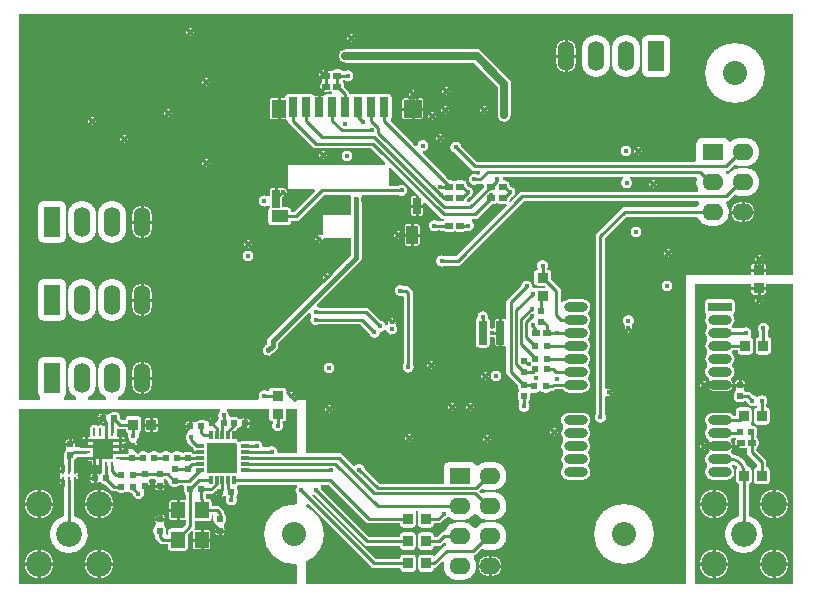
<source format=gbl>
G04 ================== begin FILE IDENTIFICATION RECORD ==================*
G04 Layout Name:  M:/TDP4/Data Logger Full/allegro/datalogger.brd*
G04 Film Name:    datalogger.GBL*
G04 File Format:  Gerber RS274X*
G04 File Origin:  Cadence Allegro 17.2-S055*
G04 Origin Date:  Mon Mar 22 02:40:33 2021*
G04 *
G04 Layer:  VIA CLASS/BOTTOM*
G04 Layer:  PIN/BOTTOM*
G04 Layer:  ETCH/BOTTOM*
G04 *
G04 Offset:    (0.00 0.00)*
G04 Mirror:    No*
G04 Mode:      Positive*
G04 Rotation:  0*
G04 FullContactRelief:  No*
G04 UndefLineWidth:     10.00*
G04 ================== end FILE IDENTIFICATION RECORD ====================*
%FSLAX25Y25*MOIN*%
%IR0*IPPOS*OFA0.00000B0.00000*MIA0B0*SFA1.00000B1.00000*%
%ADD14O,.055X.1*%
%ADD15R,.055X.1*%
%ADD31C,.08*%
%AMMACRO25*
4,1,44,.01141,.00531,
.01141,-.00531,
.011338,-.006199,
.011108,-.007061,
.010732,-.007871,
.01022,-.008602,
.00959,-.009234,
.008859,-.009747,
.008051,-.010125,
.007189,-.010356,
.0063,-.010435,
.00629,-.01043,
-.00629,-.01043,
-.007179,-.010358,
-.008041,-.010128,
-.008851,-.009752,
-.009582,-.00924,
-.010214,-.00861,
-.010727,-.007879,
-.011105,-.007071,
-.011336,-.006209,
-.011415,-.00532,
-.01141,-.00531,
-.01141,.00531,
-.011338,.006199,
-.011108,.007061,
-.010732,.007871,
-.01022,.008602,
-.00959,.009234,
-.008859,.009747,
-.008051,.010125,
-.007189,.010356,
-.0063,.010435,
-.00629,.01043,
.00629,.01043,
.007179,.010358,
.008041,.010128,
.008851,.009752,
.009582,.00924,
.010214,.00861,
.010727,.007879,
.011105,.007071,
.011336,.006209,
.011415,.00532,
.01141,.00531,
0.0*
%
%ADD25MACRO25*%
%AMMACRO16*
4,1,44,.00531,-.01141,
-.00531,-.01141,
-.006199,-.011338,
-.007061,-.011108,
-.007871,-.010732,
-.008602,-.01022,
-.009234,-.00959,
-.009747,-.008859,
-.010125,-.008051,
-.010356,-.007189,
-.010435,-.0063,
-.01043,-.00629,
-.01043,.00629,
-.010358,.007179,
-.010128,.008041,
-.009752,.008851,
-.00924,.009582,
-.00861,.010214,
-.007879,.010727,
-.007071,.011105,
-.006209,.011336,
-.00532,.011415,
-.00531,.01141,
.00531,.01141,
.006199,.011338,
.007061,.011108,
.007871,.010732,
.008602,.01022,
.009234,.00959,
.009747,.008859,
.010125,.008051,
.010356,.007189,
.010435,.0063,
.01043,.00629,
.01043,-.00629,
.010358,-.007179,
.010128,-.008041,
.009752,-.008851,
.00924,-.009582,
.00861,-.010214,
.007879,-.010727,
.007071,-.011105,
.006209,-.011336,
.00532,-.011415,
.00531,-.01141,
0.0*
%
%ADD16MACRO16*%
%ADD13C,.01772*%
%AMMACRO30*
4,1,44,.00512,.01121,
.00512,-.01121,
.005079,-.011689,
.004955,-.012154,
.004753,-.012591,
.004477,-.012985,
.004138,-.013326,
.003744,-.013603,
.003309,-.013807,
.002844,-.013932,
.002365,-.013975,
.00236,-.01397,
-.00236,-.01397,
-.002839,-.013933,
-.003304,-.013809,
-.00374,-.013605,
-.004134,-.013329,
-.004474,-.012989,
-.00475,-.012595,
-.004954,-.012159,
-.005078,-.011694,
-.00512,-.011215,
-.00512,-.01121,
-.00512,.01121,
-.005079,.011689,
-.004955,.012154,
-.004753,.012591,
-.004477,.012985,
-.004138,.013326,
-.003744,.013603,
-.003309,.013807,
-.002844,.013932,
-.002365,.013975,
-.00236,.01397,
.00236,.01397,
.002839,.013933,
.003304,.013809,
.00374,.013605,
.004134,.013329,
.004474,.012989,
.00475,.012595,
.004954,.012159,
.005078,.011694,
.00512,.011215,
.00512,.01121,
0.0*
%
%ADD30MACRO30*%
%AMMACRO29*
4,1,44,.01121,-.00512,
-.01121,-.00512,
-.011689,-.005079,
-.012154,-.004955,
-.012591,-.004753,
-.012985,-.004477,
-.013326,-.004138,
-.013603,-.003744,
-.013807,-.003309,
-.013932,-.002844,
-.013975,-.002365,
-.01397,-.00236,
-.01397,.00236,
-.013933,.002839,
-.013809,.003304,
-.013605,.00374,
-.013329,.004134,
-.012989,.004474,
-.012595,.00475,
-.012159,.004954,
-.011694,.005078,
-.011215,.00512,
-.01121,.00512,
.01121,.00512,
.011689,.005079,
.012154,.004955,
.012591,.004753,
.012985,.004477,
.013326,.004138,
.013603,.003744,
.013807,.003309,
.013932,.002844,
.013975,.002365,
.01397,.00236,
.01397,-.00236,
.013933,-.002839,
.013809,-.003304,
.013605,-.00374,
.013329,-.004134,
.012989,-.004474,
.012595,-.00475,
.012159,-.004954,
.011694,-.005078,
.011215,-.00512,
.01121,-.00512,
0.0*
%
%ADD29MACRO29*%
%ADD10C,.08583*%
%ADD12R,.00984X.02165*%
%AMMACRO37*
4,1,44,.00787,-.01141,
-.00787,-.01141,
-.008896,-.011325,
-.009891,-.011059,
-.010825,-.010623,
-.011669,-.010032,
-.012397,-.009304,
-.012988,-.00846,
-.013424,-.007526,
-.01369,-.006531,
-.01378,-.005505,
-.01378,-.0055,
-.01378,.0055,
-.013691,.006526,
-.013425,.007522,
-.012991,.008456,
-.012401,.0093,
-.011673,.010029,
-.010829,.010621,
-.009896,.011057,
-.008901,.011324,
-.007875,.011415,
-.00787,.01141,
.00787,.01141,
.008896,.011325,
.009891,.011059,
.010825,.010623,
.011669,.010032,
.012397,.009304,
.012988,.00846,
.013424,.007526,
.01369,.006531,
.01378,.005505,
.01378,.0055,
.01378,-.0055,
.013691,-.006526,
.013425,-.007522,
.012991,-.008456,
.012401,-.0093,
.011673,-.010029,
.010829,-.010621,
.009896,-.011057,
.008901,-.011324,
.007875,-.011415,
.00787,-.01141,
0.0*
%
%ADD37MACRO37*%
%AMMACRO20*
4,1,40,-.00492,-.01102,
-.00492,.01102,
-.004878,.011499,
-.004754,.011964,
-.00455,.0124,
-.004274,.012794,
-.003934,.013134,
-.00354,.01341,
-.003104,.013614,
-.002639,.013738,
-.00216,.01378,
.00216,.01378,
.002639,.013738,
.003104,.013614,
.00354,.01341,
.003934,.013134,
.004274,.012794,
.00455,.0124,
.004754,.011964,
.004878,.011499,
.00492,.01102,
.00492,-.01102,
.004878,-.011499,
.004754,-.011964,
.00455,-.0124,
.004274,-.012794,
.003934,-.013134,
.00354,-.01341,
.003104,-.013614,
.002639,-.013738,
.00216,-.01378,
-.00216,-.01378,
-.002639,-.013738,
-.003104,-.013614,
-.00354,-.01341,
-.003934,-.013134,
-.004274,-.012794,
-.00455,-.0124,
-.004754,-.011964,
-.004878,-.011499,
-.00492,-.01102,
0.0*
%
%ADD20MACRO20*%
%AMMACRO19*
4,1,40,-.01102,.00492,
.01102,.00492,
.011499,.004878,
.011964,.004754,
.0124,.00455,
.012794,.004274,
.013134,.003934,
.01341,.00354,
.013614,.003104,
.013738,.002639,
.01378,.00216,
.01378,-.00216,
.013738,-.002639,
.013614,-.003104,
.01341,-.00354,
.013134,-.003934,
.012794,-.004274,
.0124,-.00455,
.011964,-.004754,
.011499,-.004878,
.01102,-.00492,
-.01102,-.00492,
-.011499,-.004878,
-.011964,-.004754,
-.0124,-.00455,
-.012794,-.004274,
-.013134,-.003934,
-.01341,-.00354,
-.013614,-.003104,
-.013738,-.002639,
-.01378,-.00216,
-.01378,.00216,
-.013738,.002639,
-.013614,.003104,
-.01341,.00354,
-.013134,.003934,
-.012794,.004274,
-.0124,.00455,
-.011964,.004754,
-.011499,.004878,
-.01102,.00492,
0.0*
%
%ADD19MACRO19*%
%AMMACRO26*
4,1,32,-.04331,-.05118,
.04331,-.05118,
.044678,-.051059,
.046003,-.050703,
.047247,-.050122,
.048371,-.049334,
.049341,-.048362,
.050128,-.047237,
.050707,-.045992,
.051061,-.044666,
.05118,-.04331,
.05118,.04331,
.04331,.05118,
-.04331,.05118,
-.044678,.051059,
-.046003,.050703,
-.047247,.050122,
-.048371,.049334,
-.049341,.048362,
-.050128,.047237,
-.050707,.045992,
-.051061,.044666,
-.05118,.04331,
-.05118,-.04331,
-.051059,-.044678,
-.050703,-.046003,
-.050122,-.047247,
-.049334,-.048371,
-.048362,-.049341,
-.047237,-.050128,
-.045992,-.050707,
-.044666,-.051061,
-.04331,-.05118,
0.0*
%
%ADD26MACRO26*%
%ADD41O,.07X.055*%
%ADD22R,.032X.038*%
%ADD32R,.038X.032*%
%ADD42R,.07X.055*%
%ADD39R,.0315X.05512*%
%AMMACRO18*
4,1,5,-.03347,.03347,
.0256,.03347,
.03347,.0256,
.03347,-.03347,
-.03347,-.03347,
-.03347,.03347,
0.0*
%
%ADD18MACRO18*%
%ADD34R,.0315X.05906*%
%ADD24R,.04724X.05512*%
%AMMACRO11*
4,1,44,-.01141,-.00531,
-.01141,.00531,
-.011338,.006199,
-.011108,.007061,
-.010732,.007871,
-.01022,.008602,
-.00959,.009234,
-.008859,.009747,
-.008051,.010125,
-.007189,.010356,
-.0063,.010435,
-.00629,.01043,
.00629,.01043,
.007179,.010358,
.008041,.010128,
.008851,.009752,
.009582,.00924,
.010214,.00861,
.010727,.007879,
.011105,.007071,
.011336,.006209,
.011415,.00532,
.01141,.00531,
.01141,-.00531,
.011338,-.006199,
.011108,-.007061,
.010732,-.007871,
.01022,-.008602,
.00959,-.009234,
.008859,-.009747,
.008051,-.010125,
.007189,-.010356,
.0063,-.010435,
.00629,-.01043,
-.00629,-.01043,
-.007179,-.010358,
-.008041,-.010128,
-.008851,-.009752,
-.009582,-.00924,
-.010214,-.00861,
-.010727,-.007879,
-.011105,-.007071,
-.011336,-.006209,
-.011415,-.00532,
-.01141,-.00531,
0.0*
%
%ADD11MACRO11*%
%ADD45O,.07874X.0315*%
%ADD38R,.03937X.06102*%
%AMMACRO17*
4,1,44,-.00531,.01141,
.00531,.01141,
.006199,.011338,
.007061,.011108,
.007871,.010732,
.008602,.01022,
.009234,.00959,
.009747,.008859,
.010125,.008051,
.010356,.007189,
.010435,.0063,
.01043,.00629,
.01043,-.00629,
.010358,-.007179,
.010128,-.008041,
.009752,-.008851,
.00924,-.009582,
.00861,-.010214,
.007879,-.010727,
.007071,-.011105,
.006209,-.011336,
.00532,-.011415,
.00531,-.01141,
-.00531,-.01141,
-.006199,-.011338,
-.007061,-.011108,
-.007871,-.010732,
-.008602,-.01022,
-.009234,-.00959,
-.009747,-.008859,
-.010125,-.008051,
-.010356,-.007189,
-.010435,-.0063,
-.01043,-.00629,
-.01043,.00629,
-.010358,.007179,
-.010128,.008041,
-.009752,.008851,
-.00924,.009582,
-.00861,.010214,
-.007879,.010727,
-.007071,.011105,
-.006209,.011336,
-.00532,.011415,
-.00531,.01141,
0.0*
%
%ADD17MACRO17*%
%ADD36R,.0315X.0689*%
%ADD46R,.07874X.0315*%
%ADD35R,.05118X.05906*%
%AMMACRO28*
4,1,44,-.00512,-.01121,
-.00512,.01121,
-.005079,.011689,
-.004955,.012154,
-.004753,.012591,
-.004477,.012985,
-.004138,.013326,
-.003744,.013603,
-.003309,.013807,
-.002844,.013932,
-.002365,.013975,
-.00236,.01397,
.00236,.01397,
.002839,.013933,
.003304,.013809,
.00374,.013605,
.004134,.013329,
.004474,.012989,
.00475,.012595,
.004954,.012159,
.005078,.011694,
.00512,.011215,
.00512,.01121,
.00512,-.01121,
.005079,-.011689,
.004955,-.012154,
.004753,-.012591,
.004477,-.012985,
.004138,-.013326,
.003744,-.013603,
.003309,-.013807,
.002844,-.013932,
.002365,-.013975,
.00236,-.01397,
-.00236,-.01397,
-.002839,-.013933,
-.003304,-.013809,
-.00374,-.013605,
-.004134,-.013329,
-.004474,-.012989,
-.00475,-.012595,
-.004954,-.012159,
-.005078,-.011694,
-.00512,-.011215,
-.00512,-.01121,
0.0*
%
%ADD28MACRO28*%
%AMMACRO27*
4,1,44,-.01121,.00512,
.01121,.00512,
.011689,.005079,
.012154,.004955,
.012591,.004753,
.012985,.004477,
.013326,.004138,
.013603,.003744,
.013807,.003309,
.013932,.002844,
.013975,.002365,
.01397,.00236,
.01397,-.00236,
.013933,-.002839,
.013809,-.003304,
.013605,-.00374,
.013329,-.004134,
.012989,-.004474,
.012595,-.00475,
.012159,-.004954,
.011694,-.005078,
.011215,-.00512,
.01121,-.00512,
-.01121,-.00512,
-.011689,-.005079,
-.012154,-.004955,
-.012591,-.004753,
-.012985,-.004477,
-.013326,-.004138,
-.013603,-.003744,
-.013807,-.003309,
-.013932,-.002844,
-.013975,-.002365,
-.01397,-.00236,
-.01397,.00236,
-.013933,.002839,
-.013809,.003304,
-.013605,.00374,
-.013329,.004134,
-.012989,.004474,
-.012595,.00475,
-.012159,.004954,
-.011694,.005078,
-.011215,.00512,
-.01121,.00512,
0.0*
%
%ADD27MACRO27*%
%ADD40R,.05906X.05906*%
%AMMACRO44*
4,1,44,-.00787,.01141,
.00787,.01141,
.008896,.011325,
.009891,.011059,
.010825,.010623,
.011669,.010032,
.012397,.009304,
.012988,.00846,
.013424,.007526,
.01369,.006531,
.01378,.005505,
.01378,.0055,
.01378,-.0055,
.013691,-.006526,
.013425,-.007522,
.012991,-.008456,
.012401,-.0093,
.011673,-.010029,
.010829,-.010621,
.009896,-.011057,
.008901,-.011324,
.007875,-.011415,
.00787,-.01141,
-.00787,-.01141,
-.008896,-.011325,
-.009891,-.011059,
-.010825,-.010623,
-.011669,-.010032,
-.012397,-.009304,
-.012988,-.00846,
-.013424,-.007526,
-.01369,-.006531,
-.01378,-.005505,
-.01378,-.0055,
-.01378,.0055,
-.013691,.006526,
-.013425,.007522,
-.012991,.008456,
-.012401,.0093,
-.011673,.010029,
-.010829,.010621,
-.009896,.011057,
-.008901,.011324,
-.007875,.011415,
-.00787,.01141,
0.0*
%
%ADD44MACRO44*%
%ADD33R,.05709X.03937*%
%ADD43R,.02756X.07874*%
%AMMACRO23*
4,1,40,.00492,.01102,
.00492,-.01102,
.004878,-.011499,
.004754,-.011964,
.00455,-.0124,
.004274,-.012794,
.003934,-.013134,
.00354,-.01341,
.003104,-.013614,
.002639,-.013738,
.00216,-.01378,
-.00216,-.01378,
-.002639,-.013738,
-.003104,-.013614,
-.00354,-.01341,
-.003934,-.013134,
-.004274,-.012794,
-.00455,-.0124,
-.004754,-.011964,
-.004878,-.011499,
-.00492,-.01102,
-.00492,.01102,
-.004878,.011499,
-.004754,.011964,
-.00455,.0124,
-.004274,.012794,
-.003934,.013134,
-.00354,.01341,
-.003104,.013614,
-.002639,.013738,
-.00216,.01378,
.00216,.01378,
.002639,.013738,
.003104,.013614,
.00354,.01341,
.003934,.013134,
.004274,.012794,
.00455,.0124,
.004754,.011964,
.004878,.011499,
.00492,.01102,
0.0*
%
%ADD23MACRO23*%
%AMMACRO21*
4,1,40,.01102,-.00492,
-.01102,-.00492,
-.011499,-.004878,
-.011964,-.004754,
-.0124,-.00455,
-.012794,-.004274,
-.013134,-.003934,
-.01341,-.00354,
-.013614,-.003104,
-.013738,-.002639,
-.01378,-.00216,
-.01378,.00216,
-.013738,.002639,
-.013614,.003104,
-.01341,.00354,
-.013134,.003934,
-.012794,.004274,
-.0124,.00455,
-.011964,.004754,
-.011499,.004878,
-.01102,.00492,
.01102,.00492,
.011499,.004878,
.011964,.004754,
.0124,.00455,
.012794,.004274,
.013134,.003934,
.01341,.00354,
.013614,.003104,
.013738,.002639,
.01378,.00216,
.01378,-.00216,
.013738,-.002639,
.013614,-.003104,
.01341,-.00354,
.013134,-.003934,
.012794,-.004274,
.0124,-.00455,
.011964,-.004754,
.011499,-.004878,
.01102,-.00492,
0.0*
%
%ADD21MACRO21*%
%ADD47C,.01*%
%ADD48C,.015*%
%ADD49C,.025*%
%ADD50C,.01155*%
%ADD53O,.06504X.11004*%
%ADD52O,.09504X.14004*%
%ADD55C,.02776*%
%ADD56C,.03776*%
%ADD51C,.09586*%
%ADD54C,.20004*%
G75*
%LPD*%
G75*
G36*
G01X-139499Y-100399D02*
Y-42100D01*
X-72803D01*
G02X-72556Y-42815I0J-400D01*
G03X-73029Y-45239I1165J-1485D01*
G03X-73251Y-45546I1105J-1033D01*
G02X-73906Y-45614I-351J192D01*
G03X-74677Y-45258I-771J-657D01*
G01X-75741D01*
G03X-76690Y-45917I0J-1013D01*
G02X-77314Y-46089I-374J140D01*
G03X-78259Y-45758I-944J-1182D01*
G01X-79323D01*
G03X-80651Y-46546I0J-1513D01*
G02X-81306Y-46614I-351J192D01*
G03X-82077Y-46258I-771J-657D01*
G01X-83141D01*
G03X-84154Y-47270I0J-1013D01*
G01Y-48530D01*
G03X-83516Y-49470I1013J1D01*
G02X-83408Y-50149I-148J-372D01*
G03X-83739Y-52694I1208J-1451D01*
G01X-83702Y-52746D01*
Y-53051D01*
X-81593Y-55159D01*
X-81578Y-55195D01*
G03X-81065Y-55790I1177J496D01*
G03X-81178Y-56195I669J-405D01*
G01Y-56812D01*
X-81576D01*
X-81634Y-56757D01*
G03X-82670Y-56346I-1037J-1102D01*
G01X-83930D01*
G03X-84916Y-56712I1J-1513D01*
G02X-85188Y-56702I-131J151D01*
G03X-86259Y-56258I-1071J-1069D01*
G01X-87323D01*
G03X-88412Y-56721I0J-1513D01*
G02X-88988I-288J278D01*
G03X-90077Y-56258I-1089J-1050D01*
G01X-91141D01*
G03X-92318Y-56820I0J-1513D01*
G01X-92782D01*
G03X-93959Y-56258I-1177J-951D01*
G01X-95023D01*
G03X-96112Y-56721I0J-1513D01*
G02X-96688I-288J278D01*
G03X-97777Y-56258I-1089J-1050D01*
G01X-98841D01*
G03X-99920Y-56711I0J-1513D01*
G02X-100192Y-56723I-142J140D01*
G03X-100446Y-56549I-978J-1155D01*
G02X-100514Y-55894I192J351D01*
G03X-100158Y-55123I-657J771D01*
G01Y-54059D01*
G03X-100497Y-53303I-1013J0D01*
G02X-100453Y-52671I266J299D01*
G03X-99709Y-50503I-1047J1571D01*
G02X-99583Y-50250I190J63D01*
G03X-98898Y-49300I-316J950D01*
G01Y-45500D01*
G03X-99900Y-44498I-1002J0D01*
G01X-103100D01*
G03X-104102Y-45500I0J-1002D01*
G01Y-45898D01*
X-105267D01*
X-105846Y-45319D01*
Y-44670D01*
G03X-107359Y-43158I-1513J-1D01*
G01X-108423D01*
G03X-109751Y-43946I0J-1513D01*
G02X-110406Y-44014I-351J192D01*
G03X-111177Y-43658I-771J-657D01*
G01X-112241D01*
G03X-113254Y-44670I0J-1013D01*
G01Y-45930D01*
G03X-112241Y-46942I1013J1D01*
G01X-111177D01*
G03X-110655Y-46797I0J1013D01*
G02X-110048Y-47140I207J-343D01*
G01Y-47713D01*
G02X-110259Y-47913I-200J0D01*
G03X-110300Y-47912I-39J-776D01*
G01X-110732D01*
G03X-111025Y-47969I-1J-777D01*
G02X-111258Y-47906I-75J185D01*
G03X-112268Y-47412I-1009J-783D01*
G01X-112700D01*
G03X-113468Y-47669I0J-1276D01*
G03X-114237Y-47412I-768J-1020D01*
G01X-114669D01*
G03X-115946Y-48689I0J-1277D01*
G01Y-50893D01*
G03X-115883Y-51292I1277J-3D01*
G02X-116080Y-51554I-190J-62D01*
G01X-118311D01*
G03X-119088Y-52331I0J-777D01*
G01Y-52763D01*
G03X-118900Y-53270I778J0D01*
G02Y-53793I-303J-262D01*
G03X-119088Y-54300I590J-507D01*
G01Y-54904D01*
X-120482D01*
G03X-120710Y-54911I1J-3760D01*
G02X-120911Y-54648I-12J199D01*
G03X-120858Y-54323I-960J323D01*
G01Y-53259D01*
G03X-121870Y-52246I-1013J0D01*
G01X-123130D01*
G03X-124142Y-53259I1J-1013D01*
G01Y-54323D01*
G03X-123786Y-55094I1013J0D01*
G02X-123854Y-55749I-260J-304D01*
G03X-124642Y-57077I725J-1328D01*
G01Y-58141D01*
G03X-124587Y-58547I1513J-2D01*
G01X-124580Y-58573D01*
Y-61166D01*
X-125461D01*
G03X-125962Y-61668I0J-501D01*
G01Y-63832D01*
G03X-125818Y-64185I501J-1D01*
G02Y-64465I-143J-140D01*
G03X-125962Y-64818I357J-352D01*
G01Y-66982D01*
G03X-125461Y-67484I501J-1D01*
G01X-124580D01*
Y-77808D01*
G03X-121420I1580J-6092D01*
G01Y-67484D01*
X-120539D01*
G03X-120038Y-66982I0J501D01*
G01Y-64818D01*
G03X-120182Y-64465I-501J1D01*
G02Y-64185I143J140D01*
G03X-120038Y-63832I-357J352D01*
G01Y-61668D01*
G03X-120539Y-61166I-501J1D01*
G01X-121420D01*
Y-59591D01*
X-121296Y-59540D01*
G03X-120361Y-58249I-574J1400D01*
G01X-120348Y-58064D01*
X-119088D01*
Y-58669D01*
G03X-118311Y-59446I777J0D01*
G01X-116107D01*
G03X-115768Y-59369I2J777D01*
G01X-115726Y-59348D01*
X-115271D01*
Y-59611D01*
X-115307Y-59663D01*
G03X-115446Y-60107I638J-444D01*
G01Y-62311D01*
G03X-114669Y-63088I777J0D01*
G01X-114237D01*
G03X-113730Y-62900I0J778D01*
G02X-113207I262J-303D01*
G03X-112700Y-63088I507J590D01*
G01X-112268D01*
G03X-112228Y-63087I1J777D01*
G02X-112018Y-63287I10J-200D01*
G01Y-63528D01*
X-112078Y-63586D01*
G03X-112351Y-63946I1056J-1084D01*
G02X-113006Y-64014I-351J192D01*
G03X-113777Y-63658I-771J-657D01*
G01X-114841D01*
G03X-115854Y-64670I0J-1013D01*
G01Y-65930D01*
G03X-114841Y-66942I1013J1D01*
G01X-113777D01*
G03X-113006Y-66586I0J1013D01*
G02X-112351Y-66654I304J-260D01*
G03X-111023Y-67442I1328J725D01*
G01X-110570D01*
X-108511Y-69502D01*
X-107277D01*
G03X-106041Y-70142I1236J873D01*
G01X-104977D01*
G03X-103888Y-69679I0J1513D01*
G02X-103312I288J-278D01*
G03X-102251Y-70142I1090J1050D01*
G01X-102171Y-70144D01*
X-101672Y-70642D01*
X-101662Y-70705D01*
G03X-98013Y-69782I1862J314D01*
G02X-97634Y-69254I379J128D01*
G01X-96970D01*
G03X-95958Y-68241I-1J1013D01*
G01Y-67177D01*
G03X-96314Y-66406I-1013J0D01*
G02X-96246Y-65751I260J304D01*
G03X-95879Y-65470I-726J1328D01*
G01X-94421D01*
G03X-94054Y-65751I1093J1047D01*
G02X-93986Y-66406I-192J-351D01*
G03X-94342Y-67177I657J-771D01*
G01Y-68241D01*
G03X-93330Y-69254I1013J0D01*
G01X-92070D01*
G03X-91058Y-68241I-1J1013D01*
G01Y-67177D01*
G03X-91414Y-66406I-1013J0D01*
G02X-91346Y-65751I260J304D01*
G03X-91034Y-65525I-724J1328D01*
G01X-90976Y-65470D01*
X-90570D01*
X-89842Y-66198D01*
Y-66541D01*
G03X-88330Y-68054I1513J0D01*
G01X-87070D01*
G03X-85979Y-67588I-1J1513D01*
G01X-85033D01*
G02X-84637Y-68047I0J-400D01*
G03X-84654Y-68270I1496J-226D01*
G01Y-69530D01*
G03X-84110Y-70691I1513J1D01*
G01Y-72622D01*
X-88999D01*
G03X-89500Y-73123I0J-501D01*
G01Y-78635D01*
G03X-88999Y-79136I501J0D01*
G01X-84111D01*
Y-80677D01*
X-85397Y-81964D01*
X-88999D01*
G03X-90000Y-82965I0J-1001D01*
G01Y-84220D01*
X-90247D01*
G02X-90628Y-83698I0J400D01*
G03X-90558Y-83241I-1443J455D01*
G01Y-82177D01*
G03X-91346Y-80849I-1513J0D01*
G02X-91414Y-80194I192J351D01*
G03X-91058Y-79423I-657J771D01*
G01Y-78359D01*
G03X-92070Y-77346I-1013J0D01*
G01X-93330D01*
G03X-94342Y-78359I1J-1013D01*
G01Y-79423D01*
G03X-93986Y-80194I1013J0D01*
G02X-94054Y-80849I-260J-304D01*
G03X-94842Y-82177I725J-1328D01*
G01Y-83241D01*
G03X-94202Y-84477I1513J0D01*
G01Y-85375D01*
X-92354Y-87222D01*
X-90000D01*
Y-88477D01*
G03X-88999Y-89478I1001J0D01*
G01X-84275D01*
G03X-83274Y-88477I0J1001D01*
G01Y-84087D01*
X-81825Y-82639D01*
X-81620Y-82844D01*
X-81626Y-82934D01*
Y-88477D01*
G03X-81125Y-88978I501J0D01*
G01X-76401D01*
G03X-75900Y-88477I0J501D01*
G01Y-82965D01*
G03X-76401Y-82464I-501J0D01*
G01X-81125D01*
X-81156D01*
X-81246Y-82470D01*
X-81451Y-82265D01*
X-81108Y-81921D01*
Y-79636D01*
X-76401D01*
G03X-75400Y-78635I0J1001D01*
G01Y-77380D01*
X-75153D01*
G02X-74772Y-77902I0J-400D01*
G03X-74842Y-78359I1443J-455D01*
G01Y-79423D01*
G03X-74054Y-80751I1513J0D01*
G02X-73986Y-81406I-192J-351D01*
G03X-74342Y-82177I657J-771D01*
G01Y-83241D01*
G03X-73330Y-84254I1013J0D01*
G01X-72070D01*
G03X-71058Y-83241I-1J1013D01*
G01Y-82177D01*
G03X-71414Y-81406I-1013J0D01*
G02X-71346Y-80751I260J304D01*
G03X-70558Y-79423I-725J1328D01*
G01Y-78359D01*
G03X-71199Y-77123I-1513J0D01*
G01Y-76225D01*
X-73046Y-74378D01*
X-75400D01*
Y-73123D01*
G03X-76401Y-72122I-1001J0D01*
G01X-77262D01*
Y-71501D01*
X-77290Y-71473D01*
Y-70691D01*
G03X-77023Y-70402I-968J1163D01*
G01X-74972D01*
X-74495Y-69924D01*
G02X-74154Y-70066I141J-142D01*
G01Y-70530D01*
G03X-73141Y-71542I1013J1D01*
G01X-72077D01*
G03X-71306Y-71186I0J1013D01*
G02X-70651Y-71254I304J-260D01*
G03X-70429Y-71561I1327J726D01*
G03X-67153I1638J-939D01*
G03X-66746Y-70530I-1106J1032D01*
G01Y-69270D01*
G03X-66944Y-68522I-1513J0D01*
G02X-66842Y-68009I348J198D01*
G03X-66452Y-67503I-785J1008D01*
G01X-66400Y-67382D01*
X-46900D01*
Y-67927D01*
X-46955Y-67985D01*
G03X-46900Y-70633I1373J-1296D01*
G01Y-73522D01*
G02X-47327Y-73921I-400J0D01*
G03Y-93879I-673J-9979D01*
G02X-46900Y-94278I27J-399D01*
G01Y-100399D01*
X-139499D01*
G37*
G36*
G01X-43898D02*
Y-93022D01*
G03X-43783Y-74831I-4102J9122D01*
G01X-43898Y-74777D01*
Y-74054D01*
G02X-43216Y-73771I400J0D01*
G01X-21885Y-95102D01*
X-12502D01*
Y-95500D01*
G03X-11500Y-96502I1002J0D01*
G01X-8300D01*
G03X-7298Y-95500I0J1002D01*
G01Y-91700D01*
G03X-8300Y-90698I-1002J0D01*
G01X-11500D01*
G03X-12502Y-91700I0J-1002D01*
G01Y-92098D01*
X-20641D01*
X-41832Y-70907D01*
X-41593Y-70669D01*
X-41468Y-70725D01*
G03X-41014Y-70862I768J1725D01*
G01X-40951Y-70872D01*
X-24122Y-87702D01*
X-12602D01*
Y-88100D01*
G03X-11600Y-89102I1002J0D01*
G01X-8400D01*
G03X-7398Y-88100I0J1002D01*
G01Y-84300D01*
G03X-8400Y-83298I-1002J0D01*
G01X-11600D01*
G03X-12602Y-84300I0J-1002D01*
G01Y-84698D01*
X-22878D01*
X-38828Y-68749D01*
X-38838Y-68686D01*
G03X-39102Y-67994I-1862J-314D01*
G02X-38764Y-67382I339J212D01*
G01X-36644D01*
X-23724Y-80302D01*
X-12602D01*
Y-80700D01*
G03X-11600Y-81702I1002J0D01*
G01X-8400D01*
G03X-7398Y-80700I0J1002D01*
G01Y-76900D01*
G03X-7464Y-76544I-1002J-2D01*
G02X-7090Y-76002I374J142D01*
G01X-6910D01*
G02X-6536Y-76544I0J-400D01*
G03X-6602Y-76900I936J-358D01*
G01Y-80700D01*
G03X-5600Y-81702I1002J0D01*
G01X-2400D01*
G03X-1398Y-80700I0J1002D01*
G01Y-80302D01*
X714D01*
X2143Y-78872D01*
X2206Y-78862D01*
G03X3351Y-78198I-315J1862D01*
G02X3633Y-78171I154J-127D01*
G03X6650Y-79252I3017J3670D01*
G01X8150D01*
G03X12070Y-77185I0J4751D01*
G02X12730I330J-226D01*
G03X16650Y-79252I3920J2684D01*
G01X18150D01*
G03Y-69748I0J4752D01*
G01X16650D01*
G03X14649Y-70190I0J-4752D01*
G01X14523Y-70249D01*
X13773Y-69500D01*
X14523Y-68751D01*
X14649Y-68810D01*
G03X16650Y-69252I2001J4310D01*
G01X18150D01*
G03Y-59748I0J4752D01*
G01X16650D01*
G03X13370Y-61062I0J-4751D01*
G02X12728Y-60936I-277J289D01*
G03X10900Y-59748I-1829J-814D01*
G01X3900D01*
G03X1898Y-61750I0J-2002D01*
G01Y-67098D01*
X-19328D01*
X-24353Y-62074D01*
X-24363Y-62011D01*
G03X-27585Y-61015I-1862J-314D01*
G02X-28156Y-61021I-288J277D01*
G01X-32278Y-56898D01*
X-43898D01*
Y-39098D01*
X-47517D01*
G02X-47849Y-38475I0J400D01*
G03X-49853Y-36605I-1151J775D01*
G02X-50498Y-36289I-245J316D01*
G01Y-36100D01*
G03X-51500Y-35098I-1002J0D01*
G01X-55300D01*
G03X-56298Y-36015I0J-1002D01*
G01X-56313Y-36198D01*
X-56654D01*
X-56706Y-36161D01*
G03X-59499Y-38524I-1094J-1539D01*
G02X-59859Y-39098I-360J-174D01*
G01X-106380D01*
G02X-106552Y-38338I1J400D01*
G03X-103848Y-34050I-2048J4288D01*
G01Y-29550D01*
G03X-113352I-4752J0D01*
G01Y-34050D01*
G03X-110648Y-38338I4752J0D01*
G02X-110820Y-39098I-173J-360D01*
G01X-116380D01*
G02X-116552Y-38338I1J400D01*
G03X-113848Y-34050I-2048J4288D01*
G01Y-29550D01*
G03X-123352I-4752J0D01*
G01Y-34050D01*
G03X-120648Y-38338I4752J0D01*
G02X-120820Y-39098I-173J-360D01*
G01X-124379D01*
G02X-124624Y-38382I0J400D01*
G03X-123848Y-36800I-1226J1583D01*
G01Y-26800D01*
G03X-125850Y-24798I-2002J0D01*
G01X-131350D01*
G03X-133352Y-26800I0J-2002D01*
G01Y-36800D01*
G03X-132576Y-38382I2002J1D01*
G02X-132821Y-39098I-245J-316D01*
G01X-139499D01*
Y89499D01*
X118499D01*
Y2602D01*
X109302D01*
Y5700D01*
G03X108800Y6202I-502J0D01*
G01X105000D01*
G03X104498Y5700I0J-502D01*
G01Y2602D01*
X82798D01*
Y-100399D01*
X-43898D01*
G37*
G36*
G01X-103912Y-56874D02*
Y-56268D01*
G03X-104100Y-55761I-778J0D01*
G02Y-55239I304J261D01*
G03X-103912Y-54732I-590J507D01*
G01Y-54300D01*
G03X-104100Y-53793I-778J0D01*
G02Y-53270I303J261D01*
G03X-103912Y-52763I-590J507D01*
G01Y-52331D01*
G03X-104689Y-51554I-777J0D01*
G01X-106893D01*
X-106920D01*
G02X-107117Y-51292I-7J200D01*
G03X-107054Y-50893I-1214J396D01*
G01Y-49946D01*
X-107053Y-49936D01*
G03X-107046Y-49791I-1494J145D01*
G01Y-48850D01*
G02X-106704Y-48708I200J1D01*
G01X-106511Y-48902D01*
X-104102D01*
Y-49300D01*
G03X-103417Y-50250I1001J0D01*
G02X-103291Y-50503I-64J-190D01*
G03X-102775Y-52493I1791J-597D01*
G02X-102871Y-53148I-270J-295D01*
G03X-103442Y-54059I442J-911D01*
G01Y-55123D01*
G03X-103086Y-55894I1013J0D01*
G02X-103154Y-56549I-260J-304D01*
G03X-103506Y-56814I724J-1328D01*
G01X-103564Y-56874D01*
X-103912D01*
G37*
G36*
G01X-53113Y-56898D02*
G02X-53513Y-56487I0J400D01*
G03X-56545Y-54930I-1887J56D01*
G01X-58113D01*
G02X-58513Y-54518I0J400D01*
G03X-61545Y-52962I-1887J55D01*
G01X-63024D01*
X-63037Y-52960D01*
G03X-63199Y-52950I-160J-1267D01*
G01X-65441D01*
G03X-66038Y-53097I-2J-1278D01*
G01X-66168Y-53166D01*
X-66929Y-52406D01*
X-66890Y-52288D01*
G03X-66850Y-52041I-737J246D01*
G01Y-49799D01*
G03X-66947Y-49422I-777J1D01*
G02X-66781Y-48873I350J194D01*
G03X-66149Y-48254I-697J1343D01*
G02X-65494Y-48186I351J-192D01*
G03X-64723Y-48542I771J657D01*
G01X-63659D01*
G03X-62646Y-47530I0J1013D01*
G01Y-46270D01*
G03X-63659Y-45258I-1013J-1D01*
G01X-64723D01*
G03X-65494Y-45614I0J-1013D01*
G02X-66149Y-45546I-304J260D01*
G03X-67477Y-44758I-1328J-725D01*
G01X-68541D01*
G03X-68989Y-44825I-3J-1513D01*
G02X-69507Y-44418I-119J382D01*
G03X-70226Y-42815I-1884J118D01*
G02X-69979Y-42100I247J315D01*
G01X-56302D01*
Y-45300D01*
G03X-55300Y-46302I1002J0D01*
G01X-55110D01*
G02X-54946Y-46616I0J-200D01*
G03X-51854I1546J-1084D01*
G02X-51690Y-46302I164J114D01*
G01X-51500D01*
G03X-50498Y-45300I0J1002D01*
G01Y-42100D01*
X-46900D01*
Y-56898D01*
X-53113D01*
G37*
G36*
G01X85800Y-100399D02*
Y-400D01*
X104498D01*
Y-3500D01*
G03X105000Y-4002I502J0D01*
G01X108800D01*
G03X109302Y-3500I0J502D01*
G01Y-400D01*
X118499D01*
Y-100399D01*
X85800D01*
G37*
%LPC*%
G75*
G36*
G01X-97602Y-49300D02*
Y-45500D01*
G02X-97100Y-44998I502J0D01*
G01X-93900D01*
G02X-93398Y-45500I0J-502D01*
G01Y-49300D01*
G02X-93900Y-49802I-502J0D01*
G01X-97100D01*
G02X-97602Y-49300I0J502D01*
G37*
G36*
G01X102350Y20248D02*
X100850D01*
G02Y26752I0J3252D01*
G01X102350D01*
G02Y20248I0J-3252D01*
G37*
G36*
G01X67948Y70457D02*
Y80457D01*
G02X69950Y82458I2002J-1D01*
G01X75450D01*
G02X77452Y80457I1J-2001D01*
G01Y70457D01*
G02X75450Y68456I-2002J1D01*
G01X69950D01*
G02X67948Y70457I-1J2001D01*
G37*
G36*
G01X18150Y-97752D02*
X16650D01*
G02Y-91248I0J3252D01*
G01X18150D01*
G02Y-97752I0J-3252D01*
G37*
G36*
G01X19884Y65332D02*
X11967Y73248D01*
X-30800D01*
G02Y77752I0J2252D01*
G01X13833D01*
X24386Y67198D01*
Y55765D01*
G02X19884I-2251J0D01*
G01Y65332D01*
G37*
G36*
G01X-11023Y12829D02*
Y18931D01*
G02X-10522Y19432I501J0D01*
G01X-6584D01*
G02X-6083Y18931I0J-501D01*
G01Y12829D01*
G02X-6584Y12328I-501J0D01*
G01X-10522D01*
G02X-11023Y12829I0J501D01*
G37*
G36*
G01X-133352Y15200D02*
Y25200D01*
G02X-131350Y27202I2002J0D01*
G01X-125850D01*
G02X-123848Y25200I0J-2002D01*
G01Y15200D01*
G02X-125850Y13198I-2002J0D01*
G01X-131350D01*
G02X-133352Y15200I0J2002D01*
G37*
G36*
G01Y-10800D02*
Y-800D01*
G02X-131350Y1202I2002J0D01*
G01X-125850D01*
G02X-123848Y-800I0J-2002D01*
G01Y-10800D01*
G02X-125850Y-12802I-2002J0D01*
G01X-131350D01*
G02X-133352Y-10800I0J2002D01*
G37*
G36*
G01X64653Y-14195D02*
G03X64614Y-14473I122J-159D01*
G02X62386I-1114J-827D01*
G03X62347Y-14195I-161J119D01*
G02X64653I1153J1495D01*
G37*
G36*
G01X-9992Y-1198D02*
X-8398Y-2792D01*
Y-27055D01*
G02X-11402I-1502J-1145D01*
G01Y-4879D01*
G03X-11924Y-4498I-400J0D01*
G02X-11355Y-1198I-576J1798D01*
G01X-9992D01*
G37*
G36*
G01X50098Y-61356D02*
G02X48330Y-65808I-1768J-1875D01*
G01X43606D01*
G02X41838Y-61356I0J2577D01*
G03Y-60775I-274J291D01*
G02Y-57026I1768J1875D01*
G03Y-56444I-275J291D01*
G02Y-52695I1768J1875D01*
G03Y-52114I-274J291D01*
G02Y-48364I1768J1875D01*
G03Y-47783I-274J290D01*
G02X43606Y-43332I1768J1874D01*
G01X48330D01*
G02X50098Y-47783I0J-2577D01*
G03Y-48364I274J-291D01*
G02Y-52114I-1768J-1875D01*
G03Y-52695I274J-290D01*
G02Y-56444I-1768J-1875D01*
G03Y-57026I275J-291D01*
G02Y-60775I-1768J-1875D01*
G03Y-61356I274J-290D01*
G37*
G36*
G01X8150Y-99252D02*
X6650D01*
G02X2016Y-93452I0J4751D01*
G03X1343Y-93081I-390J88D01*
G01X-678Y-95102D01*
X-1298D01*
Y-95500D01*
G02X-2300Y-96502I-1002J0D01*
G01X-5500D01*
G02X-6502Y-95500I0J1002D01*
G01Y-91700D01*
G02X-5500Y-90698I1002J0D01*
G01X-2300D01*
G02X-1520Y-91071I0J-1002D01*
G03X-926Y-91103I311J251D01*
G01X2278Y-87898D01*
X2461D01*
G03X2786Y-87266I0J400D01*
G02X2543Y-86890I3865J2764D01*
G03X1915Y-86809I-345J-202D01*
G01X1022Y-87702D01*
X-1398D01*
Y-88100D01*
G02X-2400Y-89102I-1002J0D01*
G01X-5600D01*
G02X-6602Y-88100I0J1002D01*
G01Y-84300D01*
G02X-5600Y-83298I1002J0D01*
G01X-2400D01*
G02X-1398Y-84300I0J-1002D01*
G01Y-84698D01*
X-222D01*
X1478Y-82998D01*
X2142D01*
G02X6650Y-79748I4508J-1501D01*
G01X8150D01*
G02X12070Y-81815I0J-4751D01*
G03X12730I330J226D01*
G02X16650Y-79748I3920J-2684D01*
G01X18150D01*
G02Y-89252I0J-4752D01*
G01X16650D01*
G02X14649Y-88810I0J4752D01*
G01X14523Y-88751D01*
X12372Y-90902D01*
X12188D01*
G03X11875Y-91550I0J-400D01*
G02X8150Y-99252I-3725J-2950D01*
G37*
G36*
G01X30202Y-40154D02*
X30239Y-40206D01*
G02X27161I-1539J-1094D01*
G01X27198Y-40154D01*
Y-39677D01*
G02X26558Y-38441I873J1236D01*
G01Y-37377D01*
G02X27021Y-36288I1513J0D01*
G03Y-35712I-278J288D01*
G02X26557Y-34623I1049J1090D01*
G01Y-34170D01*
X22797Y-30410D01*
Y-21534D01*
G03X22324Y-21141I-400J0D01*
G02X22231Y-21150I-95J493D01*
G01X19475D01*
G02X18974Y-20648I1J502D01*
G01Y-18432D01*
G03X18465Y-18047I-400J0D01*
G02X17808Y-18070I-376J1336D01*
G03X17326Y-18462I-82J-392D01*
G01Y-20648D01*
G02X16325Y-21650I-1001J-1D01*
G01X13569D01*
G02X12568Y-20648I1J1002D01*
G01Y-12774D01*
G02X13123Y-11877I1002J0D01*
G02X16771I1824J489D01*
G02X17326Y-12774I-447J-897D01*
G01Y-14960D01*
G03X17808Y-15352I400J0D01*
G02X18465Y-15375I281J-1359D01*
G03X18974Y-14990I109J385D01*
G01Y-12774D01*
G02X19475Y-12272I501J1D01*
G01X22231D01*
G02X22324Y-12281I-2J-502D01*
G03X22798Y-11888I74J393D01*
G01Y-5985D01*
X27734Y-1049D01*
X27744Y-986D01*
G02X31484Y-1492I1862J-314D01*
G03X31828Y-1929I398J-41D01*
G02X32319Y-2065I-254J-1871D01*
G02X33000Y-1798I681J-735D01*
G01X35509D01*
G03X35792Y-1116I0J400D01*
G01X35678Y-1002D01*
X33000D01*
G02X31998Y0I0J1002D01*
G01Y3200D01*
G02X33000Y4202I1002J0D01*
G01X33190D01*
G03X33354Y4516I0J200D01*
G02X36446I1546J1084D01*
G03X36610Y4202I164J-114D01*
G01X36800D01*
G02X37802Y3200I0J-1002D01*
G01Y1122D01*
X41002Y-2078D01*
Y-6113D01*
G03X41698Y-6382I400J0D01*
G02X43606Y-5536I1909J-1731D01*
G01X48330D01*
G02X50098Y-9988I0J-2577D01*
G03Y-10569I274J-291D01*
G02Y-14318I-1768J-1874D01*
G03Y-14900I275J-291D01*
G02Y-18649I-1768J-1875D01*
G03Y-19230I274J-290D01*
G02Y-22980I-1768J-1875D01*
G03Y-23561I274J-291D01*
G02Y-27310I-1768J-1874D01*
G03Y-27892I275J-291D01*
G02Y-31641I-1768J-1875D01*
G03Y-32222I274J-290D01*
G02X48330Y-36674I-1768J-1875D01*
G01X43606D01*
G02X41514Y-35602I0J2577D01*
G01X39175D01*
X38675Y-36102D01*
X37777D01*
G02X36541Y-36742I-1236J873D01*
G01X35477D01*
G02X34388Y-36279I0J1513D01*
G03X33812I-288J-278D01*
G02X32723Y-36742I-1089J1050D01*
G01X31659D01*
G02X31313Y-36702I0J1513D01*
G03X30825Y-37151I-92J-389D01*
G02X30842Y-37377I-1496J-226D01*
G01Y-38441D01*
G02X30202Y-39677I-1513J0D01*
G01Y-40154D01*
G37*
G36*
G01X-5403Y54454D02*
X-11309D01*
G02X-11810Y54955I0J501D01*
G01Y60861D01*
G02X-11309Y61362I501J0D01*
G01X-9771D01*
G03X-9454Y62007I1J400D01*
G02X-7258I1098J849D01*
G03X-6941Y61362I316J-245D01*
G01X-5403D01*
G02X-4902Y60861I0J-501D01*
G01Y54955D01*
G02X-5403Y54454I-501J0D01*
G37*
G36*
G01X55780Y-43866D02*
G02X52620I-1580J-1034D01*
G01Y16054D01*
X61646Y25080D01*
X86369D01*
G02X87141Y26470I4481J-1580D01*
G03X86829Y27120I-312J250D01*
G01X28754D01*
X7204Y5570D01*
X2284D01*
G02Y8730I-1034J1580D01*
G01X5896D01*
X23085Y25919D01*
X22862Y26142D01*
X22750Y26112D01*
G02X22337Y26058I-411J1538D01*
G01X20763D01*
G02X19700Y26464I-1J1592D01*
G02X18637Y26058I-1062J1186D01*
G01X17925D01*
X12988Y21120D01*
X11600D01*
G03X11358Y20402I0J-400D01*
G02X9357Y17218I-1144J-1502D01*
G02X8237Y16758I-1119J1132D01*
G01X6663D01*
G02X5600Y17164I-1J1592D01*
G02X4537Y16758I-1062J1186D01*
G01X2963D01*
G02X1748Y17320I-1J1592D01*
G01X718D01*
X675Y17364D01*
X-107D01*
X-155Y17334D01*
G02X-109Y20522I-988J1609D01*
G01X1786D01*
G02X2052Y20756I1178J-1071D01*
G01X1938Y21120D01*
X1346D01*
X-4219Y26685D01*
G03X-4902Y26402I-283J-283D01*
G01Y22672D01*
G02X-5403Y22170I-501J-1D01*
G01X-8553D01*
G02X-9054Y22672I1J502D01*
G01Y28184D01*
G02X-8553Y28686I501J1D01*
G01X-7185D01*
G03X-6902Y29368I0J400D01*
G01X-15743Y38209D01*
G03X-16426Y37926I-283J-283D01*
G01Y32280D01*
X-13134D01*
G02Y29120I1034J-1580D01*
G01X-25078D01*
G03X-25458Y28595I0J-400D01*
G02X-25485Y27329I-1792J-595D01*
G01X-25498Y27294D01*
Y26839D01*
X-25448Y26789D01*
Y17006D01*
X-25435Y16971D01*
G02Y15629I-1765J-671D01*
G01X-25448Y15594D01*
Y7584D01*
X-28262Y4770D01*
X-28277Y4736D01*
G02X-29227Y3786I-1723J773D01*
G01X-29261Y3771D01*
X-40361Y-7329D01*
G03X-40184Y-7998I282J-283D01*
G02X-39534Y-8318I-494J-1823D01*
G01X-23358D01*
X-18949Y-12728D01*
X-18886Y-12738D01*
G02X-17368Y-14143I-314J-1862D01*
G03X-16686Y-14318I388J96D01*
G02X-16513Y-14153I1387J-1281D01*
G03X-16472Y-13893I-128J153D01*
G02X-14128I1172J743D01*
G03X-14087Y-14153I169J-107D01*
G02X-17132Y-16057I-1213J-1447D01*
G03X-17814Y-15882I-388J-96D01*
G02X-19079Y-16484I-1386J1282D01*
G03X-19266Y-16671I13J-200D01*
G02X-23012Y-16864I-1884J121D01*
G01X-23022Y-16801D01*
X-25942Y-13882D01*
X-39534D01*
G02X-42067Y-11100I-1145J1502D01*
G02X-42501Y-10315I1388J1280D01*
G03X-43170Y-10138I-386J-105D01*
G01X-53338Y-20305D01*
Y-21814D01*
X-54862Y-23339D01*
X-54877Y-23373D01*
G02X-57373Y-20877I-1723J773D01*
G01X-57339Y-20862D01*
X-56840Y-20364D01*
Y-18855D01*
X-37862Y124D01*
G03X-37866Y694I-283J283D01*
G02X-35903Y2657I966J997D01*
G03X-35333Y2653I287J279D01*
G01X-31738Y6248D01*
X-31723Y6282D01*
G02X-30773Y7232I1723J-773D01*
G01X-30739Y7247D01*
X-28952Y9034D01*
Y14796D01*
X-37713D01*
G03X-38113Y14411I0J-400D01*
G02X-38862Y15694I-1387J50D01*
G03X-38278Y16049I184J355D01*
G01Y22674D01*
X-28952D01*
Y25339D01*
X-29002Y25389D01*
Y27294D01*
X-29015Y27329D01*
G02X-29042Y28595I1765J671D01*
G03X-29422Y29120I-380J125D01*
G01X-38047D01*
X-46666Y20502D01*
X-48890D01*
Y20112D01*
G02X-49892Y19111I-1002J0D01*
G01X-55600D01*
G02X-56602Y20112I0J1001D01*
G01Y24050D01*
G02X-56089Y24924I1002J0D01*
G02X-56102Y25034I489J114D01*
G01Y25389D01*
G03X-56746Y25706I-400J0D01*
G02Y28694I-1154J1494D01*
G03X-56102Y29011I244J317D01*
G01Y30940D01*
G02X-55600Y31442I502J0D01*
G01X-52450D01*
G02X-52179Y31362I-1J-502D01*
G02X-51560Y28713I579J-1262D01*
G03X-51948Y28313I12J-400D01*
G01Y25051D01*
X-49892D01*
G02X-48890Y24050I0J-1001D01*
G01Y23660D01*
X-47974D01*
X-40986Y30649D01*
G03X-41269Y31332I-283J283D01*
G01X-49892D01*
Y39208D01*
X-17708D01*
G03X-17425Y39891I0J400D01*
G01X-22254Y44720D01*
X-41316D01*
X-49896Y53301D01*
Y53939D01*
X-50062Y53968D01*
G02X-50759Y54454I170J987D01*
G01X-55600D01*
G02X-56102Y54955I-1J501D01*
G01Y60861D01*
G02X-55600Y61362I502J-1D01*
G01X-50894D01*
Y61845D01*
G02X-49892Y62847I1002J0D01*
G01X-42411D01*
G02X-41583Y62409I0J-1002D01*
G03X-41364Y62328I166J112D01*
G02X-41230Y62346I133J-483D01*
G01X-38080D01*
G02X-37946Y62328I1J-501D01*
G03X-37727Y62409I53J193D01*
G02X-36899Y62847I828J-564D01*
G01X-35645D01*
G03X-35382Y63549I0J400D01*
G02X-35604Y63785I1043J1203D01*
G03X-35871Y63832I-159J-121D01*
G02X-36463Y63658I-591J918D01*
G01X-38037D01*
G02X-39130Y64750I-1J1092D01*
G01Y65850D01*
G02X-38634Y66765I1092J0D01*
G03Y67435I-218J335D01*
G02X-39129Y68319I597J915D01*
G02X-37484Y70542I729J1181D01*
G01X-36463D01*
G02X-35871Y70368I1J-1092D01*
G03X-35604Y70415I108J168D01*
G02X-34337Y71042I1266J-965D01*
G01X-32763D01*
G02X-31543Y70473I0J-1592D01*
G01X-31483Y70402D01*
X-31146D01*
X-31094Y70439D01*
G02Y67361I1094J-1539D01*
G01X-31146Y67398D01*
X-31483D01*
X-31543Y67327D01*
G02X-31622Y67239I-1224J1019D01*
G03Y66961I144J-139D01*
G02X-31170Y65850I-1141J-1112D01*
G01Y65280D01*
X-29492Y63602D01*
Y62847D01*
X-16427D01*
G02X-15425Y61845I0J-1002D01*
G01Y54955D01*
G02X-15732Y54234I-1002J1D01*
G03X-15737Y53663I278J-288D01*
G01X-7564Y45490D01*
G03X-6883Y45743I282J283D01*
G02X-4857Y43717I1883J-143D01*
G03X-5110Y43036I30J-399D01*
G01X3783Y34142D01*
X4437D01*
G02X5500Y33736I1J-1592D01*
G02X6563Y34142I1062J-1186D01*
G01X8137D01*
G02X9729Y32574I0J-1592D01*
G01X9731Y32493D01*
X10271Y31952D01*
X10327Y31939D01*
G02X10214Y28238I-427J-1839D01*
G01X10151Y28228D01*
X9730Y27806D01*
Y27650D01*
G02X9663Y27194I-1593J1D01*
G03X10046Y26680I383J-114D01*
G01X10160D01*
X15470Y31990D01*
Y32450D01*
G02X15471Y32496I1593J-12D01*
G03X14822Y32820I-400J12D01*
G01X13234D01*
G02X13188Y36009I-1034J1580D01*
G01X13236Y35980D01*
X13510D01*
X14146Y36616D01*
G03X13863Y37298I-283J282D01*
G01X11678D01*
X5749Y43228D01*
X5686Y43238D01*
G02X7862Y45414I314J1862D01*
G01X7872Y45351D01*
X12922Y40302D01*
X85699D01*
G03X86099Y40710I0J400D01*
G02X86098Y40750I2000J70D01*
G01Y46250D01*
G02X88100Y48252I2002J0D01*
G01X95100D01*
G02X96928Y47064I-1J-2002D01*
G03X97570Y46938I365J163D01*
G02X100850Y48252I3280J-3437D01*
G01X102350D01*
G02Y38748I0J-4752D01*
G01X100850D01*
G02X98849Y39190I0J4752D01*
G01X98723Y39249D01*
X96772Y37298D01*
X96221D01*
G03X95921Y36635I1J-400D01*
G02X96270Y36185I-3573J-3132D01*
G03X96930I330J226D01*
G02X100850Y38252I3921J-2685D01*
G01X102350D01*
G02Y28748I0J-4752D01*
G01X100850D01*
G02X98798Y29214I0J4751D01*
G01X96704Y27120D01*
X96371D01*
G03X96059Y26470I0J-400D01*
G02X92350Y18748I-3709J-2970D01*
G01X90850D01*
G02X86369Y21920I0J4751D01*
G01X62954D01*
X55780Y14746D01*
Y-35067D01*
G03X56385Y-35410I400J0D01*
G02Y-37790I715J-1190D01*
G03X55780Y-38133I-205J-343D01*
G01Y-43866D01*
G37*
G36*
G01X111110Y-23005D02*
G02X110109Y-24006I-1001J0D01*
G01X106909D01*
G02X105908Y-23005I0J1001D01*
G01Y-19205D01*
G02X106824Y-18207I1002J0D01*
G03X107008Y-18008I-16J199D01*
G01Y-16436D01*
G02X110010I1501J1145D01*
G01Y-18008D01*
G03X110194Y-18207I200J0D01*
G02X111110Y-19205I-86J-998D01*
G01Y-23005D01*
G37*
G36*
G01X97742Y-32545D02*
G02X96362Y-36174I-1380J-1552D01*
G01X91638D01*
G02X89958Y-35318I0J2077D01*
G03X89403Y-35227I-323J-235D01*
G02Y-32967I-806J1130D01*
G03X89958Y-32876I232J326D01*
G02X90258Y-32545I1680J-1221D01*
G03X90214Y-31913I-266J299D01*
G02X89870Y-27892I1424J2147D01*
G03Y-27310I-275J291D01*
G02Y-23561I1768J1875D01*
G03Y-22980I-274J290D01*
G02Y-19230I1768J1875D01*
G03Y-18649I-274J291D01*
G02Y-14900I1768J1875D01*
G03Y-14318I-275J291D01*
G02X89506Y-10997I1768J1874D01*
G03X89429Y-10463I-331J225D01*
G02X89062Y-9688I635J775D01*
G01Y-6538D01*
G02X90063Y-5536I1001J1D01*
G01X97937D01*
G02X98938Y-6538I-1J-1002D01*
G01Y-9688D01*
G02X98571Y-10463I-1002J0D01*
G03X98494Y-10997I254J-309D01*
G02X98130Y-14318I-2132J-1447D01*
G03Y-14900I275J-291D01*
G02X98456Y-15272I-1766J-1876D01*
G01X101455D01*
G02X104248Y-17696I1145J-1501D01*
G03X104458Y-18266I349J-195D01*
G02X105110Y-19205I-350J-939D01*
G01Y-23005D01*
G02X104109Y-24006I-1001J0D01*
G01X100909D01*
G02X99908Y-23005I0J1001D01*
G01Y-22606D01*
X98456D01*
G02X98130Y-22980I-2096J1498D01*
G03Y-23561I274J-291D01*
G02Y-27310I-1768J-1874D01*
G03Y-27892I275J-291D01*
G02X97786Y-31913I-1768J-1874D01*
G03X97742Y-32545I222J-333D01*
G37*
G36*
G01X103580Y-67316D02*
Y-77808D01*
G02X100420I-1580J-6092D01*
G01Y-67316D01*
X100250Y-67290D01*
G02X99398Y-66300I149J990D01*
G01Y-62500D01*
G02X99756Y-61733I1001J0D01*
G03X99781Y-61451I-128J153D01*
G03X99622Y-61278I-2084J-1756D01*
G03X98336Y-60556I-1927J-1926D01*
G02X98130Y-60775I-1977J1653D01*
G03Y-61356I274J-290D01*
G02X96362Y-65808I-1768J-1875D01*
G01X91638D01*
G02X89870Y-61356I0J2577D01*
G03Y-60775I-274J291D01*
G02X90213Y-56753I1768J1875D01*
G03X90258Y-56121I-221J333D01*
G02X89959Y-55792I1378J1553D01*
G03X89404Y-55701I-324J-235D01*
G02Y-53439I-804J1131D01*
G03X89959Y-53348I231J326D01*
G02X90258Y-53018I1680J-1221D01*
G03X90214Y-52386I-266J299D01*
G02X89870Y-48364I1424J2147D01*
G03Y-47783I-274J290D01*
G02X91638Y-43332I1768J1874D01*
G01X96362D01*
G02X98456Y-44406I1J-2576D01*
G01X99398D01*
Y-42600D01*
G02X100400Y-41598I1002J0D01*
G01X103600D01*
G02X104602Y-42600I0J-1002D01*
G01Y-46400D01*
G02X104392Y-47013I-1002J1D01*
G03X104708Y-47658I316J-245D01*
G01X104941D01*
G02X106454Y-49170I0J-1513D01*
G01Y-50430D01*
G02X106187Y-51287I-1513J1D01*
G01X106152Y-51339D01*
Y-51522D01*
X106249Y-51580D01*
G02X107030Y-52950I-811J-1370D01*
G01Y-54050D01*
G02X106152Y-55473I-1592J0D01*
G01Y-55928D01*
X109502Y-59278D01*
Y-61303D01*
G03X109685Y-61502I200J0D01*
G02X110602Y-62500I-85J-998D01*
G01Y-66300D01*
G02X109600Y-67302I-1002J0D01*
G01X106400D01*
G02X105398Y-66300I0J1002D01*
G01Y-62500D01*
G02X106315Y-61502I1002J0D01*
G03X106498Y-61303I-17J199D01*
G01Y-60522D01*
X103148Y-57172D01*
Y-55473D01*
G02X102596Y-55015I715J1423D01*
G03X102329Y-54968I-159J-121D01*
G02X101737Y-55142I-591J918D01*
G01X100163D01*
G02X99070Y-54050I-1J1092D01*
G01Y-52950D01*
G02X99448Y-52124I1093J-1D01*
G03X99403Y-51793I-131J151D01*
G02X99347Y-51764I668J1358D01*
G01X99303Y-51740D01*
X98456D01*
G02X97786Y-52386I-2094J1501D01*
G03X97742Y-53018I222J-333D01*
G02Y-56121I-1380J-1552D01*
G03X97787Y-56753I266J-299D01*
G02X98433Y-57367I-1425J-2147D01*
G02X101856Y-59044I-738J-5838D01*
G02X103327Y-61498I-4160J-4162D01*
G01X103600D01*
G02X104602Y-62500I0J-1002D01*
G01Y-66300D01*
G02X103750Y-67290I-1001J0D01*
G01X103580Y-67316D01*
G37*
G36*
G01X109600Y-47402D02*
X106400D01*
G02X105398Y-46400I0J1002D01*
G01Y-42600D01*
G02X106315Y-41602I1002J0D01*
G03X106498Y-41403I-17J199D01*
G01Y-41284D01*
G03X105872Y-40954I-400J0D01*
G02X102938Y-39714I-1072J1554D01*
G01X102928Y-39651D01*
X102693Y-39416D01*
X102494D01*
X102435Y-39480D01*
G02X101330Y-39960I-1106J1033D01*
G01X100070D01*
G02X98558Y-38447I1J1513D01*
G01Y-37383D01*
G02X99346Y-36055I1513J0D01*
G03X99414Y-35400I-192J351D01*
G02X99058Y-34629I657J771D01*
G01Y-33565D01*
G02X100070Y-32552I1013J0D01*
G01X101330D01*
G02X102342Y-33565I-1J-1013D01*
G01Y-34629D01*
G02X101986Y-35400I-1013J0D01*
G03X102054Y-36055I260J-304D01*
G02X102491Y-36414I-725J-1328D01*
G01X103937D01*
X105051Y-37528D01*
X105114Y-37538D01*
G02X106120Y-38050I-314J-1862D01*
G03X106680I280J285D01*
G02X109502Y-40545I1320J-1350D01*
G01Y-41403D01*
G03X109685Y-41602I200J0D01*
G02X110602Y-42600I-85J-998D01*
G01Y-46400D01*
G02X109600Y-47402I-1002J0D01*
G37*
G54D53*
X42700Y75457D03*
X-98600Y20200D03*
Y-5800D03*
Y-31800D03*
G54D52*
X62700Y75457D03*
X52700D03*
X-118600Y20200D03*
X-108600D03*
X-118600Y-5800D03*
X-108600D03*
G54D55*
X-115300Y53700D03*
X-104600Y47800D03*
X-77300Y39700D03*
X-89797Y56500D03*
X-82615Y83400D03*
X-77200Y67000D03*
X-63300Y12809D03*
X-9600Y-51800D03*
X-36300Y-42190D03*
X-13300Y15880D03*
X-38373Y42473D03*
X-28900Y81559D03*
X16286Y-52300D03*
X10700Y-41600D03*
X4600D03*
X15650Y-31100D03*
X-2214Y-27600D03*
X861Y48339D03*
X-2000Y55400D03*
X15500Y57435D03*
X2300D03*
X2582Y63800D03*
X38750Y-49700D03*
X76600Y9750D03*
X66700Y43900D03*
X106900Y8000D03*
Y-5900D03*
G54D56*
X-63309Y8991D03*
X-36300Y-28410D03*
X-30200Y42100D03*
X19350Y-31100D03*
X76500Y-1000D03*
X66100Y17000D03*
X62700Y43900D03*
G54D51*
X-133000Y-93900D03*
Y-73900D03*
X-113000Y-93900D03*
Y-73900D03*
X112000Y-93900D03*
X92000D03*
Y-73900D03*
X112000D03*
G54D54*
X62000Y-83900D03*
X99000Y70000D03*
%LPD*%
G75*
G36*
G01X24068Y26902D02*
X23845Y27125D01*
X23875Y27237D01*
G03X23930Y27650I-1538J415D01*
G01Y27906D01*
X24251Y28228D01*
X24314Y28238D01*
G03Y31962I-314J1862D01*
G01X24251Y31972D01*
X23930Y32294D01*
Y32450D01*
G03X22337Y34042I-1592J0D01*
G01X22051D01*
G02X21651Y34435I0J400D01*
G03X21601Y34830I-1888J-38D01*
G02X21991Y35320I390J90D01*
G01X61337D01*
G02X61610Y34628I0J-400D01*
G03X64190I1290J-1378D01*
G02X64463Y35320I273J292D01*
G01X85898D01*
G02X86283Y34810I1J-400D01*
G03X86874Y30898I4567J-1311D01*
G02X86539Y30280I-335J-218D01*
G01X27446D01*
X24068Y26902D01*
G37*
%LPC*%
G75*
G54D55*
X71600Y32800D03*
%LPD*%
G75*
G54D10*
X-133000Y-93900D03*
Y-73900D03*
X-123000Y-83900D03*
X-113000Y-93900D03*
Y-73900D03*
X92000Y-93900D03*
Y-73900D03*
X112000Y-93900D03*
Y-73900D03*
X102000Y-83900D03*
G54D11*
X-122500Y-57609D03*
Y-53791D03*
X-101800Y-58409D03*
Y-54591D03*
X-92700Y-82709D03*
Y-78891D03*
X-83300Y-62209D03*
Y-58391D03*
X-87700Y-66009D03*
Y-62191D03*
X28700Y-37909D03*
Y-34091D03*
X100700Y-37915D03*
Y-34097D03*
G54D20*
X-114453Y-61209D03*
X-112484D03*
X-110516D03*
X-108547D03*
G54D21*
X-105791Y-58453D03*
Y-56484D03*
Y-54516D03*
Y-52547D03*
G54D12*
X-124969Y-65900D03*
X-123000D03*
X-121031D03*
Y-62750D03*
X-123000D03*
X-124969D03*
G54D30*
X-67863Y-50920D03*
X-69831D03*
X-71800D03*
X-73769D03*
X-75737D03*
G54D40*
X-8356Y57908D03*
G54D22*
X-101500Y-47400D03*
X-95500D03*
X-3900Y-93600D03*
X-9900D03*
X-4000Y-86200D03*
X-10000D03*
X-4000Y-78800D03*
X-10000D03*
X108000Y-64400D03*
X102000D03*
X108000Y-44500D03*
X102000D03*
X108509Y-21105D03*
X102509D03*
G54D13*
X-128000Y-64325D03*
X-119987Y-52547D03*
X-118000Y-64325D03*
X-101500Y-51100D03*
X-114800Y-45300D03*
X-104600Y47800D03*
X-115300Y53700D03*
X-95300Y-78891D03*
X-99800Y-70391D03*
X-99200Y-54591D03*
X-82350Y-55550D03*
X-95200Y-67709D03*
X-82200Y-51600D03*
X-82609Y-45300D03*
X-95500Y-51100D03*
X-89797Y56500D03*
X-82615Y83400D03*
X-70100Y-82709D03*
X-68791Y-72500D03*
X-72609Y-72509D03*
X-71391Y-44300D03*
X-75209D03*
X-64191D03*
X-63300Y12809D03*
X-63309Y8991D03*
X-77300Y39700D03*
X-77200Y67000D03*
X-55400Y-56431D03*
X-60400Y-54463D03*
X-45582Y-69281D03*
X-49000Y-37700D03*
X-57800D03*
X-53400Y-47700D03*
X-58100Y-43700D03*
X-56600Y-22600D03*
X-51600Y30100D03*
X-57900Y27200D03*
X-26225Y-62325D03*
X-35600Y-62337D03*
X-40700Y-69000D03*
X-36300Y-42190D03*
Y-28410D03*
X-36900Y1691D03*
X-40679Y-9820D03*
Y-12380D03*
X-39500Y14461D03*
X-27200Y16300D03*
X-30000Y5509D03*
X-38373Y42473D03*
X-30200Y42100D03*
X-27250Y28000D03*
X-30900Y52800D03*
X-25000Y53571D03*
X-38400Y69500D03*
X-28900Y81559D03*
X-30000Y68900D03*
X-30800Y75500D03*
X-9600Y-51800D03*
X-15300Y-15600D03*
X-9900Y-28200D03*
X-19200Y-14600D03*
X-21150Y-16550D03*
X-15300Y-13150D03*
X-12500Y-2700D03*
X-13300Y15880D03*
X-12100Y30700D03*
X-8356Y62856D03*
X-5000Y45600D03*
X-22100Y50700D03*
X1892Y-77000D03*
X4600Y-41600D03*
X10700D03*
X16286Y-52300D03*
X-2214Y-27600D03*
X15650Y-31100D03*
X14947Y-11388D03*
X10214Y18900D03*
X1250Y7150D03*
X-1143Y18943D03*
X9900Y30100D03*
X800Y32000D03*
X12200Y34400D03*
X918Y29146D03*
X2300Y57435D03*
X15500D03*
X-2000Y55400D03*
X861Y48339D03*
X6000Y45100D03*
X2582Y63800D03*
X28700Y-41300D03*
X18089Y-16711D03*
X32600Y-31700D03*
X30300Y-27200D03*
X19350Y-31100D03*
X31609Y-14000D03*
X31500Y-11300D03*
X31574Y-3800D03*
X31300Y-8700D03*
X29606Y-1300D03*
X34900Y5600D03*
X24000Y30100D03*
X19763Y34400D03*
X17834Y29300D03*
X22135Y55765D03*
X38750Y-49700D03*
X54200Y-44900D03*
X39550Y-32091D03*
X39600Y-16774D03*
X57100Y-36600D03*
X63500Y-15300D03*
Y-12700D03*
X66100Y17000D03*
X71600Y32800D03*
X66700Y43900D03*
X62900Y33250D03*
X62700Y43900D03*
X88600Y-54570D03*
X88597Y-34097D03*
X76500Y-1000D03*
X76600Y9750D03*
X108000Y-39400D03*
X104800D03*
X102600Y-16774D03*
X108509Y-15291D03*
X106900Y-5900D03*
Y8000D03*
G54D31*
X-48000Y-83900D03*
X62000D03*
X99000Y70000D03*
G54D50*
G01X-123000Y-65900D02*
Y-83900D01*
G01X-117209Y-56484D02*
X-120482D01*
G03X-122024Y-57123I0J-2180D01*
G01X-122500Y-57599D01*
Y-57609D01*
G01D02*
X-122661Y-57770D01*
G03X-123000Y-58588I817J-818D01*
G01Y-62750D01*
G01X-105509Y-64000D02*
X-107392D01*
X-108547Y-62845D01*
Y-61209D01*
G01X-97600Y-63891D02*
X-101582D01*
X-101691Y-64000D01*
G01X-105791Y-58453D02*
X-101844D01*
X-101800Y-58409D01*
G01D02*
X-101791Y-58400D01*
X-98309D01*
G01X-83300Y-62209D02*
X-83318Y-62191D01*
X-87700D01*
G01X-79280Y-60369D02*
X-81869D01*
X-83300Y-61800D01*
Y-62209D01*
G01X-90609Y-58400D02*
X-94491D01*
G01X-97600Y-63891D02*
X-92700D01*
G01D02*
X-89916D01*
X-87798Y-66009D01*
X-87700D01*
G01D02*
X-82952D01*
X-79280Y-62337D01*
G01X-86791Y-58400D02*
X-83309D01*
X-83300Y-58391D01*
G01D02*
X-79289D01*
X-79280Y-58400D01*
G01X-12100Y30700D02*
X-38701D01*
X-47320Y22081D01*
X-52746D01*
G01X17850Y31900D02*
X17614D01*
X10814Y25100D01*
X2000D01*
X-21398Y48500D01*
X-38531D01*
X-43986Y53955D01*
Y58400D01*
G01X17834Y28200D02*
X12334Y22700D01*
X2000D01*
X-21600Y46300D01*
X-40662D01*
X-48317Y53955D01*
Y58400D01*
G01X-22100Y50700D02*
X-32069D01*
X-35324Y53955D01*
Y58400D01*
G01X-26663D02*
Y55263D01*
X-25000Y53600D01*
Y53571D01*
G01X-18002Y58400D02*
Y53694D01*
X3650Y32042D01*
Y32000D01*
G01X-22332Y58400D02*
Y53877D01*
X-19900Y51445D01*
Y49923D01*
X-13Y30036D01*
X28D01*
X918Y29146D01*
G01X1250Y7150D02*
X6550D01*
X28100Y28700D01*
X96050D01*
X100850Y33500D01*
X101600D01*
G01X-1143Y18943D02*
X1329D01*
X1372Y18900D01*
X3750D01*
G01X3650Y32000D02*
X800D01*
G01X12200Y34400D02*
X14164D01*
X16664Y36900D01*
X87450D01*
X90850Y33500D01*
X91600D01*
G01X3650Y28200D02*
X1900D01*
X954Y29146D01*
X918D01*
G01X17850Y31900D02*
X19763Y33813D01*
Y34400D01*
G01X17834Y28200D02*
X17850D01*
G01X17834Y29300D02*
Y28200D01*
G01X54200Y-44900D02*
Y15400D01*
X62300Y23500D01*
X91600D01*
G01X102000Y-64400D02*
Y-63205D01*
G03X100739Y-60161I-4305J0D01*
G03X97695Y-58900I-3044J-3044D01*
G01X94000D01*
G01X102000Y-64400D02*
Y-83900D01*
G54D23*
X-108547Y-49791D03*
X-110516D03*
X-112484D03*
X-114453D03*
G54D32*
X-53400Y-43700D03*
Y-37700D03*
X34900Y-4400D03*
Y1600D03*
X106900Y4100D03*
Y-1900D03*
G54D41*
X17400Y-94500D03*
X7400D03*
X17400Y-84500D03*
X7400D03*
X17400Y-74500D03*
X7400D03*
X17400Y-64500D03*
X91600Y23500D03*
Y33500D03*
X101600Y23500D03*
Y33500D03*
Y43500D03*
G54D14*
X-118600Y-31800D03*
Y-5800D03*
Y20200D03*
X-98600Y-31800D03*
X-108600D03*
X-98600Y-5800D03*
X-108600D03*
X-98600Y20200D03*
X-108600D03*
X42700Y75457D03*
X52700D03*
X62700D03*
G54D33*
X-52746Y22081D03*
G54D24*
X-86637Y-75879D03*
Y-85721D03*
X-78763D03*
Y-75879D03*
G54D42*
X7400Y-64500D03*
X91600Y43500D03*
G54D15*
X-128600Y-31800D03*
Y-5800D03*
Y20200D03*
X72700Y75457D03*
G54D43*
X14947Y-16711D03*
X20853D03*
G54D34*
X-54025Y27987D03*
G54D16*
X-101691Y-64000D03*
X-105509D03*
X-110491Y-65300D03*
X-114309D03*
X-82609Y-68900D03*
X-94491Y-58400D03*
X-98309D03*
X-78791Y-68900D03*
X-68791Y-69900D03*
X-72609D03*
X-64191Y-46900D03*
X-68009D03*
X-71391D03*
X-75209D03*
G54D25*
X-97600Y-63891D03*
Y-67709D03*
X-92700Y-63891D03*
Y-67709D03*
X-72700Y-78891D03*
Y-82709D03*
X28700Y-25991D03*
Y-29809D03*
X34400Y-9391D03*
Y-13209D03*
G54D44*
X3750Y18900D03*
X7450D03*
X3650Y32000D03*
X7350D03*
X3650Y28200D03*
X7350D03*
X17850Y31900D03*
X21550D03*
X17850Y28200D03*
X21550D03*
G54D35*
X-53041Y57908D03*
G54D17*
X-105509Y-68000D03*
X-101691D03*
X-111709Y-45300D03*
X-107891D03*
X-90609Y-58400D03*
X-86791D03*
X-82609Y-47900D03*
X-78791D03*
X32191Y-34600D03*
X36009D03*
X32491Y-25400D03*
X36309D03*
X32491Y-21100D03*
X36309D03*
X32491Y-28900D03*
X36309D03*
X100591Y-49800D03*
X104409D03*
G54D26*
X-71800Y-58400D03*
G54D27*
X-79280Y-54463D03*
Y-56431D03*
Y-58400D03*
Y-60369D03*
Y-62337D03*
G54D36*
X-48317Y58400D03*
X-43986D03*
X-39655D03*
X-35324D03*
X-30994D03*
X-26663D03*
X-22332D03*
X-18002D03*
G54D45*
X45968Y-54570D03*
Y-58900D03*
Y-63231D03*
Y-34097D03*
Y-45908D03*
Y-50239D03*
Y-16774D03*
Y-21105D03*
Y-25436D03*
Y-29766D03*
Y-8113D03*
Y-12444D03*
X94000Y-63231D03*
Y-58900D03*
Y-54570D03*
Y-50239D03*
Y-45908D03*
Y-34097D03*
Y-29766D03*
Y-25436D03*
Y-21105D03*
Y-16774D03*
Y-12444D03*
G54D18*
X-111500Y-55500D03*
G54D28*
X-75737Y-65880D03*
X-73769D03*
X-71800D03*
X-69831D03*
X-67863D03*
G54D46*
X94000Y-8113D03*
G54D19*
X-117209Y-54516D03*
Y-56484D03*
Y-58453D03*
Y-52547D03*
G54D37*
X-33550Y65300D03*
X-37250D03*
X-33550Y68900D03*
X-37250D03*
X36250Y-16800D03*
X32550D03*
X104650Y-53500D03*
X100950D03*
G54D47*
G01X-133000Y-98894D02*
Y-93900D01*
G01D02*
Y-88906D01*
G01X-137994Y-93900D02*
X-133000D01*
G01D02*
X-128006D01*
G01X-133000Y-78894D02*
Y-73900D01*
G01D02*
Y-68906D01*
G01X-137994Y-73900D02*
X-133000D01*
G01D02*
X-128006D01*
G01X-122500Y-53791D02*
X-122402D01*
X-121158Y-52547D01*
X-119987D01*
G01X-128000Y-64325D02*
X-126425Y-65900D01*
G01X-121031D02*
X-119575D01*
G01X-128000Y-64325D02*
X-126425Y-62750D01*
G01Y-65900D02*
X-124969D01*
G01X-126425Y-62750D02*
X-124969D01*
G01X-119550D02*
X-121031D01*
G01X-124969D02*
Y-60965D01*
G01X-125781D02*
X-124969Y-62750D01*
G01X-121031D02*
Y-60965D01*
G01Y-62750D02*
X-120219Y-60965D01*
G01X-121031Y-67685D02*
Y-65900D01*
G01D02*
X-120219Y-67685D01*
G01X-124969D02*
Y-65900D01*
G01X-125781Y-67685D02*
X-124969Y-65900D01*
G01X-124344Y-53791D02*
X-122500D01*
G01D02*
Y-52045D01*
G01X-113000Y-98894D02*
Y-93900D01*
G01D02*
Y-88906D01*
G01X-117994Y-93900D02*
X-113000D01*
G01D02*
X-108006D01*
G01X-113000Y-78894D02*
Y-73900D01*
G01D02*
Y-68906D01*
G01X-117994Y-73900D02*
X-113000D01*
G01D02*
X-108006D01*
G01X-110516Y-61209D02*
Y-65275D01*
X-110491Y-65300D01*
G01X-105509Y-68000D02*
X-107889D01*
X-110491Y-65398D01*
Y-65300D01*
G01X-101691Y-68000D02*
Y-68500D01*
X-99800Y-70391D01*
G01X-105791Y-52547D02*
Y-54516D01*
G01D02*
Y-56484D01*
G01X-101800Y-54591D02*
X-105716D01*
X-105791Y-54516D01*
G01Y-56484D02*
X-110516D01*
X-111500Y-55500D01*
G01X-114453Y-61209D02*
Y-65156D01*
X-114309Y-65300D01*
G01X-114453Y-61209D02*
X-112484D01*
G01X-117209Y-52547D02*
Y-54516D01*
G01X-105791D02*
X-110516D01*
G01D02*
X-111500Y-55500D01*
G01X-112484Y-56484D02*
X-111500Y-55500D01*
G01X-114453Y-58453D02*
X-112484Y-56484D01*
G01X-117209Y-58453D02*
X-114453D01*
G01X-112484Y-54516D02*
X-111500Y-55500D01*
G01X-99200Y-54591D02*
X-101800D01*
G01X-110516Y-54516D02*
X-108547Y-52547D01*
X-105791D01*
G01X-117209Y-54516D02*
X-112484D01*
G01X-110516D02*
Y-49791D01*
G01X-114453Y-58453D02*
Y-61209D01*
G01X-112484Y-56484D02*
Y-61209D01*
G01Y-54516D02*
X-114453Y-52547D01*
X-117209D01*
G01X-118000Y-64325D02*
Y-64300D01*
X-119550Y-62750D01*
G01X-114453Y-61209D02*
X-115945D01*
G01X-119575Y-65900D02*
X-118000Y-64325D01*
G01X-115945Y-61209D02*
X-117209Y-59945D01*
G01D02*
Y-58453D01*
G01X-105791Y-54516D02*
X-103711D01*
G01X-105791D02*
X-103711Y-53322D01*
G01X-105791Y-56484D02*
X-103711D01*
G01X-105791D02*
X-103711Y-55290D01*
G01X-112484Y-63289D02*
Y-61209D01*
G01X-113678Y-63289D02*
X-112484Y-61209D01*
G01X-114453D02*
X-113259Y-63289D01*
G01X-115647D02*
X-114453Y-61209D01*
G01X-119289Y-58453D02*
X-117209D01*
G01X-119289Y-59647D02*
X-117209Y-58453D01*
G01X-119289Y-54516D02*
X-117209D01*
G01X-119289Y-53322D02*
X-117209Y-54516D01*
G01X-119289Y-53741D02*
X-117209Y-52547D01*
G01X-103644Y-52845D02*
X-101800Y-54591D01*
G01D02*
X-99956Y-56337D01*
G01X-114309Y-67144D02*
Y-65300D01*
G01D02*
Y-63456D01*
G01X-116055Y-65300D02*
X-114309D01*
G01X-108547Y-49791D02*
Y-45956D01*
X-107891Y-45300D01*
G01X-101500Y-47400D02*
X-105889D01*
X-107891Y-45398D01*
Y-45300D01*
G01X-101500Y-47400D02*
Y-51100D01*
G01X-110516Y-49791D02*
Y-46591D01*
X-111709Y-45398D01*
Y-45300D01*
G01D02*
X-114800D01*
G01X-119987Y-52547D02*
X-117209D01*
G01X-105791D02*
Y-51353D01*
G01Y-52547D02*
X-103711D01*
G01X-117209D02*
Y-51353D01*
G01X-111709Y-45300D02*
Y-43456D01*
G01X-113455Y-47144D02*
X-111709Y-45300D01*
G01X-102052Y-31800D02*
X-98600D01*
G01X-102052Y-5800D02*
X-98600D01*
G01X-102052Y20200D02*
X-98600D01*
G01X-105923Y46477D02*
X-104600Y47800D01*
G01D02*
X-103277Y49123D01*
G01X-105923D02*
X-104600Y47800D01*
G01D02*
X-103277Y46477D01*
G01X-116623Y52377D02*
X-115300Y53700D01*
G01D02*
X-113977Y55023D01*
G01X-116623D02*
X-115300Y53700D01*
G01D02*
X-113977Y52377D01*
G01X-82609Y-68900D02*
Y-81299D01*
X-86637Y-85327D01*
Y-85721D01*
G01D02*
X-91732D01*
X-92700Y-84753D01*
Y-82709D01*
G01Y-78891D02*
X-95300D01*
G01X-92700D02*
Y-76847D01*
G01D02*
X-91732Y-75879D01*
G01D02*
X-86637D01*
G01Y-79337D02*
Y-75879D01*
G01D02*
Y-72421D01*
G01X-81827Y-85721D02*
X-78763D01*
G01X-92700Y-78891D02*
X-90856D01*
G01X-94544Y-77145D02*
X-92700Y-78891D01*
G01X-75737Y-65880D02*
X-79687D01*
X-82609Y-68802D01*
Y-68900D01*
G01X-92700Y-67709D02*
X-95200D01*
G01D02*
X-97600D01*
G01X-79280Y-56431D02*
X-81469D01*
G01X-95500Y-50901D02*
X-99190Y-54591D01*
X-99200D01*
G01X-81469Y-56431D02*
X-82350Y-55550D01*
G01X-92700Y-67709D02*
X-90856D01*
G01X-92700Y-69455D02*
Y-67709D01*
G01X-97600Y-69455D02*
Y-67709D01*
G01D02*
X-95756Y-69455D01*
G01X-98600Y-37502D02*
Y-31800D01*
G01X-79280Y-54463D02*
X-80166D01*
X-82200Y-52429D01*
Y-51600D01*
G01X-82609Y-47900D02*
Y-45300D01*
G01X-95500Y-51100D02*
Y-50901D01*
G01D02*
Y-47400D01*
G01X-84355Y-47900D02*
X-82609D01*
G01X-84355Y-49744D02*
X-82609Y-47900D01*
G01X-95500Y-47400D02*
Y-44798D01*
G01X-97802Y-47400D02*
X-95500D01*
G01D02*
X-93198D01*
G01X-98600Y-31800D02*
Y-26098D01*
G01Y-31800D02*
X-95148D01*
G01X-98600Y-11502D02*
Y-5800D01*
G01D02*
Y-98D01*
G01Y-5800D02*
X-95148D01*
G01X-98600Y14498D02*
Y20200D01*
G01D02*
Y25902D01*
G01Y20200D02*
X-95148D01*
G01X-91120Y55177D02*
X-89797Y56500D01*
G01D02*
X-88474Y57823D01*
G01X-91120D02*
X-89797Y56500D01*
G01D02*
X-88474Y55177D01*
G01X-83938Y82077D02*
X-82615Y83400D01*
G01D02*
X-81292Y82077D01*
G01X-82615Y83400D02*
X-81292Y84723D01*
G01X-83938D02*
X-82615Y83400D01*
G01X-78791Y-68900D02*
Y-72095D01*
X-78763Y-72123D01*
Y-75879D01*
G01D02*
X-73668D01*
X-72700Y-76847D01*
Y-78891D01*
G01Y-82709D02*
X-70100D01*
G01X-78763Y-85721D02*
X-73668D01*
G01D02*
X-72700Y-84753D01*
G01D02*
Y-82709D01*
G01X-78763Y-89179D02*
Y-85721D01*
G01D02*
Y-82263D01*
G01X-74544Y-82709D02*
X-72700D01*
G01X-74544Y-80963D02*
X-72700Y-82709D01*
G01X-78791Y-68900D02*
X-75594D01*
X-73769Y-67075D01*
Y-65880D01*
G01X-64320Y-58400D02*
X-32900D01*
X-21200Y-70100D01*
X12250D01*
X16650Y-74500D01*
X17400D01*
G01X-64320Y-60369D02*
X-34231D01*
X-20100Y-74500D01*
X7400D01*
G01X-35600Y-62337D02*
X-64320D01*
G01X-67863Y-65880D02*
X-36022D01*
X-23102Y-78800D01*
X-10000D01*
G01X-64320Y-56431D02*
X-55400D01*
G01X-64320Y-54463D02*
X-60400D01*
G01X-69831Y-65880D02*
Y-68762D01*
X-68791Y-69802D01*
Y-69900D01*
G01D02*
Y-72500D01*
G01X-72609Y-69900D02*
Y-72509D01*
G01Y-69900D02*
X-71800Y-69091D01*
Y-65880D01*
G01X-74355Y-69900D02*
X-72609D01*
G01X-74355Y-71744D02*
X-72609Y-69900D01*
G01X-75737Y-50920D02*
X-77913D01*
X-78791Y-50042D01*
Y-47900D01*
G01X-69831Y-50920D02*
Y-49530D01*
X-68009Y-47708D01*
Y-46900D01*
G01X-71800Y-50920D02*
Y-47309D01*
X-71391Y-46900D01*
G01D02*
Y-44300D01*
G01X-75209Y-46900D02*
Y-44300D01*
G01X-64191Y-46900D02*
Y-44300D01*
G01X-73769Y-50920D02*
Y-48438D01*
X-75209Y-46998D01*
Y-46900D01*
G01X-64191D02*
Y-49042D01*
G01D02*
X-66069Y-50920D01*
G01D02*
X-67863D01*
G01X-64191Y-46900D02*
X-62445D01*
G01X-65937Y-48744D02*
X-64191Y-46900D01*
G01X-67863Y-50920D02*
X-66649Y-48820D01*
G01X-67863Y-50920D02*
X-66649Y-51970D01*
G01X-75209Y-46900D02*
X-73463Y-45056D01*
G01X-76955D02*
X-75209Y-46900D01*
G01X-64623Y11486D02*
X-63300Y12809D01*
G01D02*
X-61977Y14132D01*
G01X-64623D02*
X-63300Y12809D01*
G01D02*
X-61977Y11486D01*
G01X-78623Y38377D02*
X-77300Y39700D01*
G01D02*
X-75977Y41023D01*
G01X-78623D02*
X-77300Y39700D01*
G01D02*
X-75977Y38377D01*
G01X-78523Y65677D02*
X-77200Y67000D01*
G01D02*
X-75877Y68323D01*
G01X-78523D02*
X-77200Y67000D01*
G01D02*
X-75877Y65677D01*
G01X-45582Y-69281D02*
X-21263Y-93600D01*
X-9900D01*
G01X-49000Y-37700D02*
X-47677Y-36377D01*
G01X-50323D02*
X-49000Y-37700D01*
G01D02*
X-47677Y-39023D01*
G01X-53400Y-37700D02*
X-57800D01*
G01X-53400Y-43700D02*
Y-47700D01*
G01X-54025Y27987D02*
X-51912Y30100D01*
X-51600D01*
G01X-54025Y27987D02*
Y52971D01*
G01X-51600Y30100D02*
X-50277Y28777D01*
G01X-53041Y57908D02*
Y62859D01*
G01Y53955D02*
Y57908D01*
G01X-54025Y52971D02*
X-53041Y53955D01*
G01Y62859D02*
X-52041Y63859D01*
X-40383D01*
X-39655Y63131D01*
G01X-40700Y-69000D02*
X-23500Y-86200D01*
X-10000D01*
G01X-26225Y-62325D02*
X-19950Y-68600D01*
X12550D01*
X16650Y-64500D01*
X17400D01*
G01X-37623Y-43513D02*
X-36300Y-42190D01*
G01D02*
X-34977Y-40867D01*
G01X-37623D02*
X-36300Y-42190D01*
G01D02*
X-34977Y-43513D01*
G01X-38223Y368D02*
X-36900Y1691D01*
G01D02*
X-35577Y3014D01*
G01X-38223D02*
X-36900Y1691D01*
G01X-19200Y-14600D02*
X-23980Y-9820D01*
X-40679D01*
G01X-21150Y-16550D02*
X-25320Y-12380D01*
X-40679D01*
G01X-40823Y13138D02*
X-39500Y14461D01*
G01X-40823Y15784D02*
X-39500Y14461D01*
G01D02*
X-38177Y13138D01*
G01X-39696Y41150D02*
X-38373Y42473D01*
G01D02*
X-37050Y43796D01*
G01X-39696D02*
X-38373Y42473D01*
G01D02*
X-37050Y41150D01*
G01X-39655Y58400D02*
Y63131D01*
G01D02*
X-37486Y65300D01*
X-37250D01*
G01X-30994Y58400D02*
Y62980D01*
X-33314Y65300D01*
X-33550D01*
G01X-37250Y68900D02*
Y65300D01*
G01Y68900D02*
X-37800D01*
X-38400Y69500D01*
G01X-39723Y68177D02*
X-38400Y69500D01*
G01D02*
X-37077Y70823D01*
G01X-39723D02*
X-38400Y69500D01*
G01X-30223Y80236D02*
X-28900Y81559D01*
G01D02*
X-27577Y82882D01*
G01X-30223D02*
X-28900Y81559D01*
G01D02*
X-27577Y80236D01*
G01X-33550Y68900D02*
Y65300D01*
G01X-30000Y68900D02*
X-33550D01*
G01X-3900Y-93600D02*
X-1300D01*
X2900Y-89400D01*
X11750D01*
X16650Y-84500D01*
X17400D01*
G01X7400D02*
X2100D01*
X400Y-86200D01*
X-4000D01*
G01Y-78800D02*
X92D01*
X1892Y-77000D01*
G01X-10923Y-53123D02*
X-9600Y-51800D01*
G01D02*
X-8277Y-50477D01*
G01X-10923D02*
X-9600Y-51800D01*
G01D02*
X-8277Y-53123D01*
G01X-3537Y-28923D02*
X-2214Y-27600D01*
G01X-3537Y-26277D02*
X-2214Y-27600D01*
G01X-12500Y-2700D02*
X-10614D01*
X-9900Y-3414D01*
Y-28200D01*
G01X-15300Y-13150D02*
X-13977Y-11827D01*
G01X-16623D02*
X-15300Y-13150D01*
G01X-8553Y15880D02*
X-13300D01*
G01X-8553D02*
Y20097D01*
G01X-6978Y21672D02*
Y25428D01*
G01X-8553Y20097D02*
X-6978Y21672D01*
G01X-8553Y12127D02*
Y15880D01*
G01D02*
X-5882D01*
G01X-14623Y14557D02*
X-13300Y15880D01*
G01D02*
X-11977Y17203D01*
G01X-14623D02*
X-13300Y15880D01*
G01D02*
X-11977Y14557D01*
G01X-6978Y25428D02*
Y28886D01*
G01X-9255Y25428D02*
X-6978D01*
G01D02*
X-4701D01*
G01X-8356Y57908D02*
Y62856D01*
G01X-9679Y61533D02*
X-8356Y62856D01*
G01D02*
X-7033Y64179D01*
G01X-9679D02*
X-8356Y62856D01*
G01D02*
X-7033Y61533D01*
G01X-3323Y54077D02*
X-2000Y55400D01*
G01X-3323Y56723D02*
X-2000Y55400D01*
G01X-8356Y54253D02*
Y57908D01*
G01X-12011D02*
X-8356D01*
G01D02*
X-4701D01*
G01X13198Y-94500D02*
X17400D01*
G01X14963Y-53623D02*
X16286Y-52300D01*
G01X3277Y-42923D02*
X4600Y-41600D01*
G01D02*
X5923Y-40277D01*
G01X3277D02*
X4600Y-41600D01*
G01D02*
X5923Y-42923D01*
G01X9377D02*
X10700Y-41600D01*
G01D02*
X12023Y-40277D01*
G01X9377D02*
X10700Y-41600D01*
G01D02*
X12023Y-42923D01*
G01X16286Y-52300D02*
X17609Y-50977D01*
G01X14963D02*
X16286Y-52300D01*
G01D02*
X17609Y-53623D01*
G01X-2214Y-27600D02*
X-891Y-26277D01*
G01X-2214Y-27600D02*
X-891Y-28923D01*
G01X14327Y-32423D02*
X15650Y-31100D01*
G01D02*
X16973Y-29777D01*
G01X14327D02*
X15650Y-31100D01*
G01D02*
X16973Y-32423D01*
G01X14947Y-16711D02*
Y-11388D01*
G01X7450Y18900D02*
X10214D01*
G01X9900Y30100D02*
X10000D01*
X8100Y32000D01*
X7350D01*
G01X9900Y30100D02*
X8000Y28200D01*
X7350D01*
G01X101600Y43500D02*
X100850D01*
X96150Y38800D01*
X12300D01*
X6000Y45100D01*
G01X1259Y62477D02*
X2582Y63800D01*
G01D02*
X3905Y62477D01*
G01X977Y56112D02*
X2300Y57435D01*
G01D02*
X3623Y58758D01*
G01X977D02*
X2300Y57435D01*
G01D02*
X3623Y56112D01*
G01X14177D02*
X15500Y57435D01*
G01D02*
X16823Y58758D01*
G01X14177D02*
X15500Y57435D01*
G01D02*
X16823Y56112D01*
G01X-2000Y55400D02*
X-677Y56723D01*
G01X-2000Y55400D02*
X-677Y54077D01*
G01X-462Y47016D02*
X861Y48339D01*
G01D02*
X2184Y49662D01*
G01X-462D02*
X861Y48339D01*
G01D02*
X2184Y47016D01*
G01X2582Y63800D02*
X3905Y65123D01*
G01X1259D02*
X2582Y63800D01*
G01X17400Y-97952D02*
Y-94500D01*
G01D02*
Y-91048D01*
G01Y-94500D02*
X21602D01*
G01X28700Y-37909D02*
Y-41300D01*
G01X32191Y-34600D02*
X31691Y-34100D01*
X28709D01*
X28700Y-34091D01*
G01X20853Y-16711D02*
X18089D01*
G01X32550Y-16800D02*
Y-15650D01*
X31609Y-14709D01*
Y-14000D01*
G01X20853Y-21350D02*
Y-16711D01*
G01D02*
Y-12072D01*
G01X30300Y-27200D02*
X29909D01*
X28700Y-25991D01*
G01X31500Y-11300D02*
X29500Y-13300D01*
Y-18011D01*
X32491Y-21002D01*
Y-21100D01*
G01X31574Y-3800D02*
X26100Y-9274D01*
Y-27307D01*
X28602Y-29809D01*
X28700D01*
G01X32491Y-28900D02*
X31591Y-29800D01*
X28709D01*
X28700Y-29809D01*
G01X31300Y-8700D02*
X27800Y-12200D01*
Y-20611D01*
X32491Y-25302D01*
Y-25400D01*
G01X29606Y-1300D02*
X24299Y-6607D01*
Y-29788D01*
X28602Y-34091D01*
X28700D01*
G01X34400Y-9391D02*
Y-4900D01*
X34900Y-4400D01*
G01Y1600D02*
X35200D01*
X39500Y-2700D01*
Y-10913D01*
X41031Y-12444D01*
X45968D01*
G01X34900Y1600D02*
Y5600D01*
G01X36250Y-16800D02*
Y-14251D01*
X35208Y-13209D01*
X34400D01*
G01X24000Y30100D02*
X22100Y28200D01*
X21550D01*
G01Y31900D02*
X22200D01*
X24000Y30100D01*
G01X37427Y-51023D02*
X38750Y-49700D01*
G01D02*
X40073Y-48377D01*
G01X37427D02*
X38750Y-49700D01*
G01D02*
X40073Y-51023D01*
G01X36009Y-34600D02*
X38053D01*
X38553Y-34100D01*
X41028D01*
X41031Y-34097D01*
X45968D01*
G01Y-25436D02*
X38389D01*
X38353Y-25400D01*
X36309D01*
G01X45968Y-21105D02*
X38358D01*
X38353Y-21100D01*
X36309D01*
G01X36250Y-16800D02*
X39574D01*
X39600Y-16774D01*
G01D02*
X45968D01*
G01X36309Y-28900D02*
X38353D01*
X39253Y-29800D01*
X40997D01*
X41031Y-29766D01*
X45968D01*
G01X42700Y69755D02*
Y75457D01*
G01D02*
Y81159D01*
G01X39248Y75457D02*
X42700D01*
G01D02*
X46152D01*
G01X57100Y-36600D02*
X58423Y-35277D01*
G01X57100Y-36600D02*
X58423Y-37923D01*
G01X62177Y-16623D02*
X63500Y-15300D01*
G01D02*
X64823Y-16623D01*
G01X70277Y31477D02*
X71600Y32800D01*
G01D02*
X72923Y34123D01*
G01X70277D02*
X71600Y32800D01*
G01D02*
X72923Y31477D01*
G01X65377Y42577D02*
X66700Y43900D01*
G01D02*
X68023Y45223D01*
G01X65377D02*
X66700Y43900D01*
G01D02*
X68023Y42577D01*
G01X92000Y-98894D02*
Y-93900D01*
G01D02*
Y-88906D01*
G01X87006Y-93900D02*
X92000D01*
G01D02*
X96994D01*
G01X92000Y-78894D02*
Y-73900D01*
G01D02*
Y-68906D01*
G01X87006Y-73900D02*
X92000D01*
G01D02*
X96994D01*
G01X94000Y-54570D02*
X99644D01*
X100714Y-53500D01*
X100950D01*
G01X94000Y-54570D02*
X88600D01*
G01X87277Y-55893D02*
X88600Y-54570D01*
G01D02*
X89923Y-53247D01*
G01X87277D02*
X88600Y-54570D01*
G01D02*
X89923Y-55893D01*
G01X94000Y-50239D02*
X100152D01*
X100591Y-49800D01*
G01X94000Y-45908D02*
X100592D01*
X102000Y-44500D01*
G01X87274Y-35420D02*
X88597Y-34097D01*
G01D02*
X89920Y-35420D01*
G01X94000Y-16774D02*
X102600D01*
G01X102509Y-21105D02*
X94000D01*
G01Y-34097D02*
X100700D01*
G01X94000D02*
X88597D01*
G01D02*
X89920Y-32774D01*
G01X87274D02*
X88597Y-34097D01*
G01X75277Y8427D02*
X76600Y9750D01*
G01D02*
X77923Y11073D01*
G01X75277D02*
X76600Y9750D01*
G01D02*
X77923Y8427D01*
G01X112000Y-98894D02*
Y-93900D01*
G01D02*
Y-88906D01*
G01X107006Y-93900D02*
X112000D01*
G01D02*
X116994D01*
G01X112000Y-78894D02*
Y-73900D01*
G01D02*
Y-68906D01*
G01X107006Y-73900D02*
X112000D01*
G01D02*
X116994D01*
G01X104650Y-53500D02*
Y-56550D01*
X108000Y-59900D01*
Y-64400D01*
G01X104650Y-53500D02*
Y-50041D01*
X104409Y-49800D01*
G01X108000Y-39400D02*
Y-44500D01*
G01X104800Y-39400D02*
X103315Y-37915D01*
X100700D01*
G01X108509Y-15291D02*
Y-21105D01*
G01X100700Y-34097D02*
X102544D01*
G01X100700D02*
Y-32351D01*
G01X106900Y4100D02*
Y8000D01*
G01X104298Y4100D02*
X106900D01*
G01D02*
X109502D01*
G01X104298Y-1900D02*
X106900D01*
G01D02*
Y-5900D01*
G01Y-1900D02*
X109502D01*
G01X105577Y-7223D02*
X106900Y-5900D01*
G01D02*
X108223Y-4577D01*
G01X105577D02*
X106900Y-5900D01*
G01D02*
X108223Y-7223D01*
G01X101600Y20048D02*
Y23500D01*
G01D02*
Y26952D01*
G01X97398Y23500D02*
X101600D01*
G01D02*
X105802D01*
G01X105577Y6677D02*
X106900Y8000D01*
G01D02*
X108223Y9323D01*
G01X105577D02*
X106900Y8000D01*
G01D02*
X108223Y6677D01*
G54D38*
X-8553Y15880D03*
G54D29*
X-64320Y-62337D03*
Y-60369D03*
Y-58400D03*
Y-56431D03*
Y-54463D03*
G54D48*
G01X-30000Y5509D02*
X-55089Y-19580D01*
Y-21089D01*
X-56600Y-22600D01*
G01X-30000Y5509D02*
X-27200Y8309D01*
Y16300D01*
G01D02*
Y26064D01*
X-27250Y26114D01*
Y28000D01*
G54D39*
X-6978Y25428D03*
G54D49*
G01X-30800Y75500D02*
X12900D01*
X22135Y66265D01*
Y55765D01*
M02*

</source>
